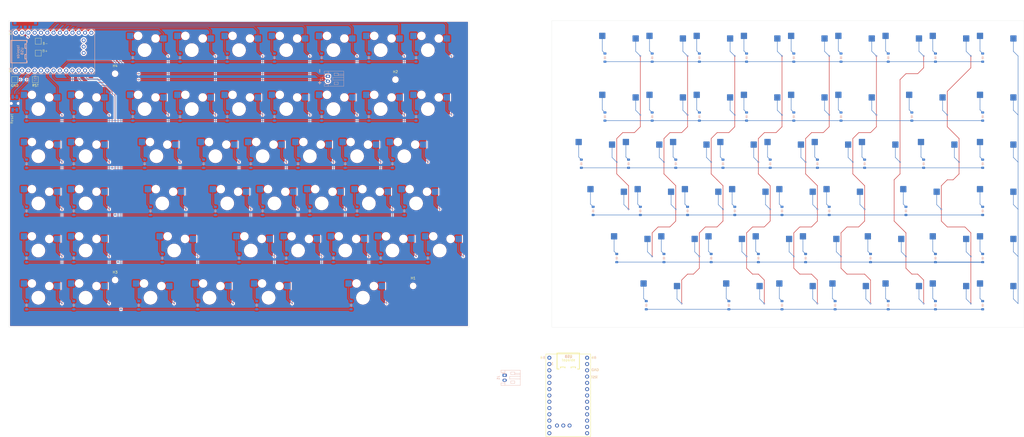
<source format=kicad_pcb>
(kicad_pcb (version 20241229) (generator "pcbnew") (generator_version "9.0")
  (layers (0 "F.Cu" signal) (2 "B.Cu" signal) (13 "F.Paste" user) (15 "B.Paste" user) (5 "F.SilkS" user "F.Silkscreen") (7 "B.SilkS" user "B.Silkscreen") (1 "F.Mask" user) (3 "B.Mask" user) (25 "Edge.Cuts" user))
  (net 0 "")
  (net 1 "/LRow1")
  (net 2 "Net-(D1-A)")
  (net 3 "Net-(D2-A)")
  (net 4 "Net-(D3-A)")
  (net 5 "Net-(D4-A)")
  (net 6 "Net-(D5-A)")
  (net 7 "Net-(D6-A)")
  (net 8 "Net-(D7-A)")
  (net 9 "/RRow1")
  (net 10 "Net-(D8-A)")
  (net 11 "Net-(D9-A)")
  (net 12 "Net-(D10-A)")
  (net 13 "Net-(D11-A)")
  (net 14 "Net-(D12-A)")
  (net 15 "Net-(D13-A)")
  (net 16 "Net-(D14-A)")
  (net 17 "Net-(D15-A)")
  (net 18 "Net-(D16-A)")
  (net 19 "Net-(D17-A)")
  (net 20 "/LRow2")
  (net 21 "Net-(D18-A)")
  (net 22 "Net-(D19-A)")
  (net 23 "Net-(D20-A)")
  (net 24 "Net-(D21-A)")
  (net 25 "Net-(D22-A)")
  (net 26 "Net-(D23-A)")
  (net 27 "Net-(D24-A)")
  (net 28 "Net-(D25-A)")
  (net 29 "/RRow2")
  (net 30 "Net-(D26-A)")
  (net 31 "Net-(D27-A)")
  (net 32 "Net-(D28-A)")
  (net 33 "Net-(D29-A)")
  (net 34 "Net-(D30-A)")
  (net 35 "Net-(D31-A)")
  (net 36 "Net-(D32-A)")
  (net 37 "Net-(D33-A)")
  (net 38 "/LRow3")
  (net 39 "Net-(D34-A)")
  (net 40 "Net-(D35-A)")
  (net 41 "Net-(D36-A)")
  (net 42 "Net-(D37-A)")
  (net 43 "Net-(D38-A)")
  (net 44 "Net-(D39-A)")
  (net 45 "Net-(D40-A)")
  (net 46 "Net-(D41-A)")
  (net 47 "Net-(D42-A)")
  (net 48 "/RRow3")
  (net 49 "Net-(D43-A)")
  (net 50 "Net-(D44-A)")
  (net 51 "Net-(D45-A)")
  (net 52 "Net-(D46-A)")
  (net 53 "Net-(D47-A)")
  (net 54 "Net-(D48-A)")
  (net 55 "Net-(D49-A)")
  (net 56 "Net-(D50-A)")
  (net 57 "Net-(D51-A)")
  (net 58 "/LRow4")
  (net 59 "Net-(D52-A)")
  (net 60 "Net-(D53-A)")
  (net 61 "Net-(D54-A)")
  (net 62 "Net-(D55-A)")
  (net 63 "Net-(D56-A)")
  (net 64 "Net-(D57-A)")
  (net 65 "Net-(D58-A)")
  (net 66 "/RRow4")
  (net 67 "Net-(D59-A)")
  (net 68 "Net-(D60-A)")
  (net 69 "Net-(D61-A)")
  (net 70 "Net-(D62-A)")
  (net 71 "Net-(D63-A)")
  (net 72 "Net-(D64-A)")
  (net 73 "Net-(D65-A)")
  (net 74 "Net-(D66-A)")
  (net 75 "/LRow5")
  (net 76 "Net-(D67-A)")
  (net 77 "Net-(D68-A)")
  (net 78 "Net-(D69-A)")
  (net 79 "Net-(D70-A)")
  (net 80 "Net-(D71-A)")
  (net 81 "Net-(D72-A)")
  (net 82 "Net-(D73-A)")
  (net 83 "Net-(D74-A)")
  (net 84 "Net-(D75-A)")
  (net 85 "/RRow5")
  (net 86 "Net-(D76-A)")
  (net 87 "Net-(D77-A)")
  (net 88 "Net-(D78-A)")
  (net 89 "Net-(D79-A)")
  (net 90 "Net-(D80-A)")
  (net 91 "Net-(D81-A)")
  (net 92 "Net-(D82-A)")
  (net 93 "Net-(D83-A)")
  (net 94 "/LRow6")
  (net 95 "Net-(D84-A)")
  (net 96 "Net-(D85-A)")
  (net 97 "Net-(D86-A)")
  (net 98 "Net-(D87-A)")
  (net 99 "Net-(D88-A)")
  (net 100 "/RRow6")
  (net 101 "Net-(D89-A)")
  (net 102 "Net-(D90-A)")
  (net 103 "Net-(D91-A)")
  (net 104 "Net-(D92-A)")
  (net 105 "Net-(D93-A)")
  (net 106 "Net-(D94-A)")
  (net 107 "Net-(D95-A)")
  (net 108 "/LCol1")
  (net 109 "/LCol2")
  (net 110 "/LCol3")
  (net 111 "/LCol4")
  (net 112 "/LCol5")
  (net 113 "/LCol6")
  (net 114 "/LCol7")
  (net 115 "/RCol1")
  (net 116 "/RCol2")
  (net 117 "/RCol3")
  (net 118 "/RCol4")
  (net 119 "/RCol5")
  (net 120 "/RCol6")
  (net 121 "/RCol7")
  (net 122 "/RCol8")
  (net 123 "/RCol9")
  (net 124 "/MCol1")
  (net 125 "/MCol2")
  (net 167 "Net-(J2-Pin_2)")
  (net 168 "Net-(J2-Pin_1)")
  (net 169 "Net-(LeftController1-GND-Pad14)")
  (net 170 "Net-(LeftController1-RST)")
  (net 171 "Net-(LeftController1-B-)")
  (footprint "TestPoint:TestPoint_Pad_2.0x2.0mm" (layer "F.Cu") (at 33.3375 39.290625)
    (property "Reference" "TP2" (hide yes))
    (property "Value" "B+ testpoint")
  )
  (footprint "MountingHole:MountingHole_2.2mm_M2" (layer "F.Cu") (at 64.29375 130.96875)
    (property "Reference" "H3")
    (property "Value" "MountingHole")
  )
  (footprint "MountingHole:MountingHole_2.2mm_M2" (layer "F.Cu") (at 177.403125 50.00625)
    (property "Reference" "H2")
    (property "Value" "MountingHole")
  )
  (footprint "TestPoint:TestPoint_Pad_2.0x2.0mm" (layer "F.Cu") (at 32.146875 50.00625)
    (property "Reference" "TP4" (hide yes))
    (property "Value" "RST testpoint")
  )
  (footprint "TestPoint:TestPoint_Pad_2.0x2.0mm" (layer "F.Cu") (at 33.3375 34.528125)
    (property "Reference" "TP1" (hide yes))
    (property "Value" "B- testpoint")
  )
  (footprint "MountingHole:MountingHole_2.2mm_M2" (layer "F.Cu") (at 184.546875 133.35)
    (property "Reference" "H1")
    (property "Value" "MountingHole")
  )
  (footprint "supermini-nrf52840-kicad:SuperMini NRF52840" (layer "F.Cu") (at 247.65 176.2125)
    (property "Reference" "RightController1" (hide yes))
    (property "Value" "~" (hide yes))
  )
  (footprint "TestPoint:TestPoint_Pad_2.0x2.0mm" (layer "F.Cu") (at 23.8125 50.00625)
    (property "Reference" "TP3" (hide yes))
    (property "Value" "GND testpoint")
  )
  (footprint "MountingHole:MountingHole_2.2mm_M2" (layer "F.Cu") (at 64.29375 47.625)
    (property "Reference" "H4")
    (property "Value" "MountingHole")
  )
  (footprint "ScottoKeebs_Components:Diode_SOD-123" (layer "B.Cu") (at 342.9 122.0925 90)
    (property "Reference" "D79" (hide yes))
    (property "Value" "Diode")
  )
  (footprint "ScottoKeebs_Components:Diode_SOD-123" (layer "B.Cu") (at 376.2375 141.1425 90)
    (property "Reference" "D93" (hide yes))
    (property "Value" "Diode")
  )
  (footprint "ScottoKeebs_Components:Diode_SOD-123" (layer "B.Cu") (at 147.6375 41.13 90)
    (property "Reference" "D5" (hide yes))
    (property "Value" "Diode")
  )
  (footprint "ScottoKeebs_Components:Diode_SOD-123" (layer "B.Cu") (at 47.625 141.1425 90)
    (property "Reference" "D84" (hide yes))
    (property "Value" "Diode")
  )
  (footprint "ScottoKeebs_Components:Diode_SOD-123" (layer "B.Cu") (at 166.6875 64.9425 90)
    (property "Reference" "D24" (hide yes))
    (property "Value" "Diode")
  )
  (footprint "Gateron_KS33_Hotswap:Gateron-KS33-Hotswap-1U" (layer "B.Cu") (at 333.375 80.9625)
    (property "Reference" "S46")
    (property "Value" "Keyswitch")
  )
  (footprint "Gateron_KS33_Hotswap:Gateron-KS33-Hotswap-1U" (layer "B.Cu") (at 285.75 38.1)
    (property "Reference" "S9")
    (property "Value" "Keyswitch")
  )
  (footprint "ScottoKeebs_Components:Diode_SOD-123" (layer "B.Cu") (at 295.275 103.0425 90)
    (property "Reference" "D61" (hide yes))
    (property "Value" "Diode")
  )
  (footprint "Gateron_KS33_Hotswap:Gateron-KS33-Hotswap-1U" (layer "B.Cu") (at 352.425 80.9625)
    (property "Reference" "S47")
    (property "Value" "Keyswitch")
  )
  (footprint "ScottoKeebs_Components:Diode_SOD-123" (layer "B.Cu") (at 319.0875 64.9425 90)
    (property "Reference" "D29" (hide yes))
    (property "Value" "Diode")
  )
  (footprint "ScottoKeebs_Components:Diode_SOD-123" (layer "B.Cu") (at 266.7 122.0925 90)
    (property "Reference" "D75" (hide yes))
    (property "Value" "Diode")
  )
  (footprint "ScottoKeebs_Components:Diode_SOD-123" (layer "B.Cu") (at 28.575 122.0925 90)
    (property "Reference" "D67" (hide yes))
    (property "Value" "Diode")
  )
  (footprint "Gateron_KS33_Hotswap:Gateron-KS33-Hotswap-1U" (layer "B.Cu") (at 400.05 138.1125)
    (property "Reference" "S94")
    (property "Value" "Keyswitch")
  )
  (footprint "ScottoKeebs_Components:Diode_SOD-123" (layer "B.Cu") (at 300.0375 41.13 90)
    (property "Reference" "D10" (hide yes))
    (property "Value" "Diode")
  )
  (footprint "ScottoKeebs_Components:Diode_SOD-123" (layer "B.Cu") (at 100.0125 83.9925 90)
    (property "Reference" "D37" (hide yes))
    (property "Value" "Diode")
  )
  (footprint "Gateron_KS33_Hotswap:Gateron-KS33-Hotswap-1U" (layer "B.Cu") (at 161.925 80.9625)
    (property "Reference" "S40")
    (property "Value" "Keyswitch")
  )
  (footprint "Gateron_KS33_Hotswap:Gateron-KS33-Hotswap-1U" (layer "B.Cu") (at 152.4 38.1)
    (property "Reference" "S5")
    (property "Value" "Keyswitch")
  )
  (footprint "Gateron_KS33_Hotswap:Gateron-KS33-Hotswap-1U" (layer "B.Cu") (at 109.5375 100.0125)
    (property "Reference" "S54")
    (property "Value" "Keyswitch")
  )
  (footprint "ScottoKeebs_Components:Diode_SOD-123" (layer "B.Cu") (at 73.81875 141.1425 90)
    (property "Reference" "D85" (hide yes))
    (property "Value" "Diode")
  )
  (footprint "Gateron_KS33_Hotswap:Gateron-KS33-Hotswap-1U" (layer "B.Cu") (at 419.1 80.9625)
    (property "Reference" "S50")
    (property "Value" "Keyswitch")
  )
  (footprint "ScottoKeebs_Components:Diode_SOD-123" (layer "B.Cu") (at 333.375 141.1425 90)
    (property "Reference" "D91" (hide yes))
    (property "Value" "Diode")
  )
  (footprint "ScottoKeebs_Components:Diode_SOD-123" (layer "B.Cu") (at 357.1875 64.9425 90)
    (property "Reference" "D31" (hide yes))
    (property "Value" "Diode")
  )
  (footprint "Gateron_KS33_Hotswap:Gateron-KS33-Hotswap-1U" (layer "B.Cu") (at 419.1 138.1125)
    (property "Reference" "S95")
    (property "Value" "Keyswitch")
  )
  (footprint "Gateron_KS33_Hotswap:Gateron-KS33-Hotswap-1U" (layer "B.Cu") (at 76.2 61.9125)
    (property "Reference" "S19")
    (property "Value" "Keyswitch")
  )
  (footprint "ScottoKeebs_Components:Diode_SOD-123" (layer "B.Cu") (at 261.9375 41.13 90)
    (property "Reference" "D8" (hide yes))
    (property "Value" "Diode")
  )
  (footprint "Gateron_KS33_Hotswap:Gateron-KS33-Hotswap-1U" (layer "B.Cu") (at 133.35 61.9125)
    (property "Reference" "S22")
    (property "Value" "Keyswitch")
  )
  (footprint "Gateron_KS33_Hotswap:Gateron-KS33-Hotswap-1.5U" (layer "B.Cu") (at 80.9625 80.9625)
    (property "Reference" "S36")
    (property "Value" "Keyswitch")
  )
  (footprint "ScottoKeebs_Components:Diode_SOD-123" (layer "B.Cu") (at 157.1625 83.9925 90)
    (property "Reference" "D40" (hide yes))
    (property "Value" "Diode")
  )
  (footprint "ScottoKeebs_Components:Diode_SOD-123" (layer "B.Cu") (at 383.38125 103.0425 90)
    (property "Reference" "D65" (hide yes))
    (property "Value" "Diode")
  )
  (footprint "Gateron_KS33_Hotswap:Gateron-KS33-Hotswap-1U" (layer "B.Cu") (at 400.05 38.1)
    (property "Reference" "S15")
    (property "Value" "Keyswitch")
  )
  (footprint "Gateron_KS33_Hotswap:Gateron-KS33-Hotswap-1U" (layer "B.Cu") (at 338.1375 100.0125)
    (property "Reference" "S63")
    (property "Value" "Keyswitch")
  )
  (footprint "Gateron_KS33_Hotswap:Gateron-KS33-Hotswap-1U" (layer "B.Cu") (at 114.3 38.1)
    (property "Reference" "S3")
    (property "Value" "Keyswitch")
  )
  (footprint "ScottoKeebs_Components:Diode_SOD-123" (layer "B.Cu") (at 280.9875 64.9425 90)
    (property "Reference" "D27" (hide yes))
    (property "Value" "Diode")
  )
  (footprint "Gateron_KS33_Hotswap:Gateron-KS33-Hotswap-1U" (layer "B.Cu") (at 147.6375 100.0125)
    (property "Reference" "S56")
    (property "Value" "Keyswitch")
  )
  (footprint "Gateron_KS33_Hotswap:Gateron-KS33-Hotswap-1U" (layer "B.Cu") (at 357.1875 100.0125)
    (property "Reference" "S64")
    (property "Value" "Keyswitch")
  )
  (footprint "ScottoKeebs_Components:Diode_SOD-123" (layer "B.Cu") (at 176.2125 83.9925 90)
    (property "Reference" "D41" (hide yes))
    (property "Value" "Diode")
  )
  (footprint "Gateron_KS33_Hotswap:Gateron-KS33-Hotswap-1U" (layer "B.Cu") (at 328.6125 119.0625)
    (property "Reference" "S78")
    (property "Value" "Keyswitch")
  )
  (footprint "ScottoKeebs_Components:Diode_SOD-123" (layer "B.Cu") (at 395.2875 141.1425 90)
    (property "Reference" "D94" (hide yes))
    (property "Value" "Diode")
  )
  (footprint "Gateron_KS33_Hotswap:Gateron-KS33-Hotswap-1U" (layer "B.Cu") (at 133.35 38.1)
    (property "Reference" "S4")
    (property "Value" "Keyswitch")
  )
  (footprint "Gateron_KS33_Hotswap:Gateron-KS33-Hotswap-1U" (layer "B.Cu") (at 266.7 38.1)
    (property "Reference" "S8")
    (property "Value" "Keyswitch")
  )
  (footprint "ScottoKeebs_Components:Diode_SOD-123" (layer "B.Cu") (at 309.5625 83.9925 90)
    (property "Reference" "D45" (hide yes))
    (property "Value" "Diode")
  )
  (footprint "Gateron_KS33_Hotswap:Gateron-KS33-Hotswap-1U" (layer "B.Cu") (at 361.95 38.1)
    (property "Reference" "S13")
    (property "Value" "Keyswitch")
  )
  (footprint "ScottoKeebs_Components:Diode_SOD-123" (layer "B.Cu") (at 78.58125 103.0425 90)
    (property "Reference" "D53" (hide yes))
    (property "Value" "Diode")
  )
  (footprint "ScottoKeebs_Components:Diode_SOD-123" (layer "B.Cu") (at 28.575 103.0425 90)
    (property "Reference" "D51" (hide yes))
    (property "Value" "Diode")
  )
  (footprint "Gateron_KS33_Hotswap:Gateron-KS33-Hotswap-1U" (layer "B.Cu") (at 381 138.1125)
    (property "Reference" "S93")
    (property "Value" "Keyswitch")
  )
  (footprint "ScottoKeebs_Components:Diode_SOD-123" (layer "B.Cu") (at 128.5875 64.9425 90)
    (property "Reference" "D22" (hide yes))
    (property "Value" "Diode")
  )
  (footprint "ScottoKeebs_Components:Diode_SOD-123" (layer "B.Cu") (at 328.6125 83.9925 90)
    (property "Reference" "D46" (hide yes))
    (property "Value" "Diode")
  )
  (footprint "ScottoKeebs_Components:Diode_SOD-123" (layer "B.Cu") (at 185.7375 41.13 90)
    (property "Reference" "D7" (hide yes))
    (property "Value" "Diode")
  )
  (footprint "ScottoKeebs_Components:Diode_SOD-123" (layer "B.Cu") (at 90.4875 41.13 90)
    (property "Reference" "D2" (hide yes))
    (property "Value" "Diode")
  )
  (footprint "ScottoKeebs_Components:Diode_SOD-123" (layer "B.Cu") (at 121.44375 141.1425 90)
    (property "Reference" "D87" (hide yes))
    (property "Value" "Diode")
  )
  (footprint "Gateron_KS33_Hotswap:Gateron-KS33-Hotswap-1U" (layer "B.Cu") (at 304.8 38.1)
    (property "Reference" "S10")
    (property "Value" "Keyswitch")
  )
  (footprint "Gateron_KS33_Hotswap:Gateron-KS33-Hotswap-1U" (layer "B.Cu") (at 123.825 80.9625)
    (property "Reference" "S38")
    (property "Value" "Keyswitch")
  )
  (footprint "Gateron_KS33_Hotswap:Gateron-KS33-Hotswap-1U" (layer "B.Cu") (at 119.0625 119.0625)
    (property "Reference" "S70")
    (property "Value" "Keyswitch")
  )
  (footprint "Gateron_KS33_Hotswap:Gateron-KS33-Hotswap-1U" (layer "B.Cu") (at 261.9375 100.0125)
    (property "Reference" "S59")
    (property "Value" "Keyswitch")
  )
  (footprint "ScottoKeebs_Components:Diode_SOD-123" (layer "B.Cu") (at 28.575 141.1425 90)
    (property "Reference" "D83" (hide yes))
    (property "Value" "Diode")
  )
  (footprint "ScottoKeebs_Components:Diode_SOD-123" (layer "B.Cu") (at 414.3375 103.0425 90)
    (property "Reference" "D66" (hide yes))
    (property "Value" "Diode")
  )
  (footprint "Gateron_KS33_Hotswap:Gateron-KS33-Hotswap-1U" (layer "B.Cu") (at 338.1375 138.1125)
    (property "Reference" "S91")
    (property "Value" "Keyswitch")
  )
  (footprint "ScottoKeebs_Components:Diode_SOD-123" (layer "B.Cu") (at 171.45 122.0925 90)
    (property "Reference" "D73" (hide yes))
    (property "Value" "Diode")
  )
  (footprint "Gateron_KS33_Hotswap:Gateron-KS33-Hotswap-1U" (layer "B.Cu") (at 33.3375 138.1125)
    (property "Reference" "S83")
    (property "Value" "Keyswitch")
  )
  (footprint "Gateron_KS33_Hotswap:Gateron-KS33-Hotswap-1U" (layer "B.Cu") (at 171.45 38.1)
    (property "Reference" "S6")
    (property "Value" "Keyswitch")
  )
  (footprint "Gateron_KS33_Hotswap:Gateron-KS33-Hotswap-1U" (layer "B.Cu") (at 361.95 61.9125)
    (property "Reference" "S31")
    (property "Value" "Keyswitch")
  )
  (footprint "Gateron_KS33_Hotswap:Gateron-KS33-Hotswap-1U" (layer "B.Cu") (at 52.3875 119.0625)
    (property "Reference" "S68")
    (property "Value" "Keyswitch")
  )
  (footprint "Gateron_KS33_Hotswap:Gateron-KS33-Hotswap-1.25U" (layer "B.Cu") (at 126.20625 138.1125)
    (property "Reference" "S87")
    (property "Value" "Keyswitch")
  )
  (footprint "Gateron_KS33_Hotswap:Gateron-KS33-Hotswap-1U" (layer "B.Cu") (at 266.7 61.9125)
    (property "Reference" "S26")
    (property "Value" "Keyswitch")
  )
  (footprint "ScottoKeebs_Components:Diode_SOD-123" (layer "B.Cu") (at 114.3 122.0925 90)
    (property "Reference" "D70" (hide yes))
    (property "Value" "Diode")
  )
  (footprint "Gateron_KS33_Hotswap:Gateron-KS33-Hotswap-2.25U" (layer "B.Cu") (at 388.14375 100.0125)
    (property "Reference" "S65")
    (property "Value" "Keyswitch")
  )
  (footprint "ScottoKeebs_Components:Diode_SOD-123" (layer "B.Cu") (at 285.75 122.0925 90)
    (property "Reference" "D76" (hide yes))
    (property "Value" "Diode")
  )
  (footprint "ScottoKeebs_Components:Diode_SOD-123" (layer "B.Cu") (at 152.4 122.0925 90)
    (property "Reference" "D72" (hide yes))
    (property "Value" "Diode")
  )
  (footprint "Gateron_KS33_Hotswap:Gateron-KS33-Hotswap-1.25U" (layer "B.Cu") (at 78.58125 138.1125)
    (property "Reference" "S85")
    (property "Value" "Keyswitch")
  )
  (footprint "ScottoKeebs_Components:Diode_SOD-123" (layer "B.Cu") (at 352.425 103.0425 90)
    (property "Reference" "D64" (hide yes))
    (property "Value" "Diode")
  )
  (footprint "Gateron_KS33_Hotswap:Gateron-KS33-Hotswap-1U" (layer "B.Cu") (at 52.3875 80.9625)
    (property "Reference" "S35")
    (property "Value" "Keyswitch")
  )
  (footprint "ScottoKeebs_Components:Diode_SOD-123" (layer "B.Cu") (at 47.625 103.0425 90)
    (property "Reference" "D52" (hide yes))
    (property "Value" "Diode")
  )
  (footprint "Gateron_KS33_Hotswap:Gateron-KS33-Hotswap-1U" (layer "B.Cu") (at 319.0875 100.0125)
    (property "Reference" "S62")
    (property "Value" "Keyswitch")
  )
  (footprint "Gateron_KS33_Hotswap:Gateron-KS33-Hotswap-1U" (layer "B.Cu") (at 419.1 119.0625)
    (property "Reference" "S82")
    (property "Value" "Keyswitch")
  )
  (footprint "Gateron_KS33_Hotswap:Gateron-KS33-Hotswap-1U" (layer "B.Cu") (at 419.1 100.0125)
    (property "Reference" "S66")
    (property "Value" "Keyswitch")
  )
  (footprint "Gateron_KS33_Hotswap:Gateron-KS33-Hotswap-1U" (layer "B.Cu") (at 152.4 61.9125)
    (property "Reference" "S23")
    (property "Value" "Keyswitch")
  )
  (footprint "Connector_JST:JST_PH_S2B-PH-K_1x02_P2.00mm_Horizontal" (layer "B.Cu") (at 150.173738 48.670642 -90)
    (property "Reference" "J2")
    (property "Value" "Conn_01x02_Socket")
  )
  (footprint "ScottoKeebs_Components:Diode_SOD-123" (layer "B.Cu") (at 414.3375 83.9925 90)
    (property "Reference" "D50" (hide yes))
    (property "Value" "Diode")
  )
  (footprint "ScottoKeebs_Components:Diode_SOD-123" (layer "B.Cu") (at 190.5 122.0925 90)
    (property "Reference" "D74" (hide yes))
    (property "Value" "Diode")
  )
  (footprint "Gateron_KS33_Hotswap:Gateron-KS33-Hotswap-1U" (layer "B.Cu") (at 157.1625 119.0625)
    (property "Reference" "S72")
    (property "Value" "Keyswitch")
  )
  (footprint "ScottoKeebs_Components:Diode_SOD-123" (layer "B.Cu") (at 261.9375 64.9425 90)
    (property "Reference" "D26" (hide yes))
    (property "Value" "Diode")
  )
  (footprint "ScottoKeebs_Components:Diode_SOD-123" (layer "B.Cu") (at 333.375 103.0425 90)
    (property "Reference" "D63" (hide yes))
    (property "Value" "Diode")
  )
  (footprint "Gateron_KS33_Hotswap:Gateron-KS33-Hotswap-1U" (layer "B.Cu") (at 52.3875 100.0125)
    (property "Reference" "S52")
    (property "Value" "Keyswitch")
  )
  (footprint "Gateron_KS33_Hotswap:Gateron-KS33-Hotswap-1U" (layer "B.Cu") (at 400.05 119.0625)
    (property "Reference" "S81")
    (property "Value" "Keyswitch")
  )
  (footprint "ScottoKeebs_Components:Diode_SOD-123" (layer "B.Cu") (at 76.2 83.9925 90)
    (property "Reference" "D36" (hide yes))
    (property "Value" "Diode")
  )
  (footprint "ScottoKeebs_Components:Diode_SOD-123" (layer "B.Cu") (at 366.7125 83.9925 90)
    (property "Reference" "D48" (hide yes))
    (property "Value" "Diode")
  )
  (footprint "Gateron_KS33_Hotswap:Gateron-KS33-Hotswap-1U" (layer "B.Cu") (at 342.9 38.1)
    (property "Reference" "S12")
    (property "Value" "Keyswitch")
  )
  (footprint "ScottoKeebs_Components:Diode_SOD-123" (layer "B.Cu") (at 47.625 83.9925 90)
    (property "Reference" "D35" (hide yes))
    (property "Value" "Diode")
  )
  (footprint "ScottoKeebs_Components:Diode_SOD-123" (layer "B.Cu") (at 161.925 103.0425 90)
    (property "Reference" "D57" (hide yes))
    (property "Value" "Diode")
  )
  (footprint "Button_Switch_SMD:Panasonic_EVQPUL_EVQPUC" (layer "B.Cu") (at 23.8125 59.63769 -90)
    (property "Reference" "SW1" (hide yes))
    (property "Value" "Switch")
  )
  (footprint "ScottoKeebs_Components:Diode_SOD-123" (layer "B.Cu") (at 109.5375 64.9425 90)
    (property "Reference" "D21" (hide yes))
    (property "Value" "Diode")
  )
  (footprint "ScottoKeebs_Components:Diode_SOD-123" (layer "B.Cu") (at 47.625 64.9425 90)
    (property "Reference" "D18" (hide yes))
    (property "Value" "Diode")
  )
  (footprint "Gateron_KS33_Hotswap:Gateron-KS33-Hotswap-1U" (layer "B.Cu") (at 342.9 61.9125)
    (property "Reference" "S30")
    (property "Value" "Keyswitch")
  )
  (footprint "Gateron_KS33_Hotswap:Gateron-KS33-Hotswap-1U" (layer "B.Cu") (at 95.25 61.9125)
    (property "Reference" "S20")
    (property "Value" "Keyswitch")
  )
  (footprint "Gateron_KS33_Hotswap:Gateron-KS33-Hotswap-1.75U" (layer "B.Cu") (at 83.34375 100.0125)
    (property "Reference" "S53")
    (property "Value" "Keyswitch")
  )
  (footprint "Gateron_KS33_Hotswap:Gateron-KS33-Hotswap-1.25U" (layer "B.Cu") (at 102.39375 138.1125)
    (property "Reference" "S86")
    (property "Value" "Keyswitch")
  )
  (footprint "Gateron_KS33_Hotswap:Gateron-KS33-Hotswap-1U" (layer "B.Cu") (at 276.225 80.9625)
    (property "Reference" "S43")
    (property "Value" "Keyswitch")
  )
  (footprint "Gateron_KS33_Hotswap:Gateron-KS33-Hotswap-1U" (layer "B.Cu") (at 304.8 61.9125)
    (property "Reference" "S28")
    (property "Value" "Keyswitch")
  )
  (footprint "ScottoKeebs_Components:Diode_SOD-123" (layer "B.Cu") (at 304.8 122.0925 90)
    (property "Reference" "D77" (hide yes))
    (property "Value" "Diode")
  )
  (footprint "ScottoKeebs_Components:Diode_SOD-123" (layer "B.Cu") (at 159.54375 141.1425 90)
    (property "Reference" "D88" (hide yes))
    (property "Value" "Diode")
  )
  (footprint "Gateron_KS33_Hotswap:Gateron-KS33-Hotswap-1U" (layer "B.Cu") (at 190.5 38.1)
    (property "Reference" "S7")
    (property "Value" "Keyswitch")
  )
  (footprint "Gateron_KS33_Hotswap:Gateron-KS33-Hotswap-1U" (layer "B.Cu") (at 176.2125 119.0625)
    (property "Reference" "S73")
    (property "Value" "Keyswitch")
  )
  (footprint "ScottoKeebs_Components:Switch_SSAL220100" (layer "B.Cu") (at 28.035872 27.228817)
    (property "Reference" "SW2" (hide yes))
    (property "Value" "Power Switch" (hide yes))
  )
  (footprint "ScottoKeebs_Components:Diode_SOD-123" (layer "B.Cu") (at 252.4125 83.9925 90)
    (property "Reference" "D42" (hide yes))
    (property "Value" "Diode")
  )
  (footprint "ScottoKeebs_Components:Diode_SOD-123" (layer "B.Cu") (at 109.5375 41.13 90)
    (property "Reference" "D3" (hide yes))
    (property "Value" "Diode")
  )
  (footprint "Gateron_KS33_Hotswap:Gateron-KS33-Hotswap-2.75U" (layer "B.Cu") (at 164.30625 138.1125)
    (property "Reference" "S88")
    (property "Value" "Keyswitch")
  )
  (footprint "Gateron_KS33_Hotswap:Gateron-KS33-Hotswap-1U" (layer "B.Cu") (at 180.975 80.9625)
    (property "Reference" "S41")
    (property "Value" "Keyswitch")
  )
  (footprint "ScottoKeebs_Components:Diode_SOD-123" (layer "B.Cu") (at 138.1125 83.9925 90)
    (property "Reference" "D39" (hide yes))
    (property "Value" "Diode")
  )
  (footprint "Gateron_KS33_Hotswap:Gateron-KS33-Hotswap-1U" (layer "B.Cu") (at 347.6625 119.0625)
    (property "Reference" "S79")
    (property "Value" "Keyswitch")
  )
  (footprint "ScottoKeebs_Components:Diode_SOD-123" (layer "B.Cu") (at 147.6375 64.9425 90)
    (property "Reference" "D23" (hide yes))
    (property "Value" "Diode")
  )
  (footprint "Gateron_KS33_Hotswap:Gateron-KS33-Hotswap-1U" (layer "B.Cu") (at 271.4625 119.0625)
    (property "Reference" "S75")
    (property "Value" "Keyswitch")
  )
  (footprint "Gateron_KS33_Hotswap:Gateron-KS33-Hotswap-1U" (layer "B.Cu") (at 309.5625 119.0625)
    (property "Reference" "S77")
    (property "Value" "Keyswitch")
  )
  (footprint "ScottoKeebs_Components:Diode_SOD-123" (layer "B.Cu") (at 414.3375 41.13 90)
    (property "Reference" "D16" (hide yes))
    (property "Value" "Diode")
  )
  (footprint "supermini-nrf52840-kicad:SuperMini NRF52840" (layer "B.Cu") (at 38.082576 39.223178 -90)
    (property "Reference" "LeftController1" (hide yes))
    (property "Value" "~" (hide yes))
  )
  (footprint "Gateron_KS33_Hotswap:Gateron-KS33-Hotswap-2U" (layer "B.Cu") (at 390.525 61.9125)
    (property "Reference" "S32")
    (property "Value" "Keyswitch")
  )
  (footprint "ScottoKeebs_Components:Diode_SOD-123" (layer "B.Cu") (at 385.7625 64.9425 90)
    (property "Reference" "D32" (hide yes))
    (property "Value" "Diode")
  )
  (footprint "ScottoKeebs_Components:Diode_SOD-123" (layer "B.Cu") (at 97.63125 141.1425 90)
    (property "Reference" "D86" (hide yes))
    (property "Value" "Diode")
  )
  (footprint "ScottoKeebs_Components:Diode_SOD-123" (layer "B.Cu") (at 47.625 122.0925 90)
    (property "Reference" "D68" (hide yes))
    (property "Value" "Diode")
  )
  (footprint "ScottoKeebs_Components:Diode_SOD-123" (layer "B.Cu") (at 104.775 103.0425 90)
    (property "Reference" "D54" (hide yes))
    (property "Value" "Diode")
  )
  (footprint "ScottoKeebs_Components:Diode_SOD-123" (layer "B.Cu") (at 300.0375 64.9425 90)
    (property "Reference" "D28" (hide yes))
    (property "Value" "Diode")
  )
  (footprint "Gateron_KS33_Hotswap:Gateron-KS33-Hotswap-1U" (layer "B.Cu") (at 185.7375 100.0125)
    (property "Reference" "S58")
    (property "Value" "Keyswitch")
  )
  (footprint "ScottoKeebs_Components:Diode_SOD-123" (layer "B.Cu") (at 133.35 122.0925 90)
    (property "Reference" "D71" (hide yes))
    (property "Value" "Diode")
  )
  (footprint "ScottoKeebs_Components:Diode_SOD-123" (layer "B.Cu") (at 257.175 103.0425 90)
    (property "Reference" "D59" (hide yes))
    (property "Value" "Diode")
  )
  (footprint "Gateron_KS33_Hotswap:Gateron-KS33-Hotswap-1U" (layer "B.Cu") (at 138.1125 119.0625)
    (property "Reference" "S71")
    (property "Value" "Keyswitch")
  )
  (footprint "ScottoKeebs_Components:Diode_SOD-123" (layer "B.Cu") (at 123.825 103.0425 90)
    (property "Reference" "D55" (hide yes))
    (property "Value" "Diode")
  )
  (footprint "Gateron_KS33_Hotswap:Gateron-KS33-Hotswap-1U" (layer "B.Cu") (at 419.1 38.1)
    (property "Reference" "S16")
    (property "Value" "Keyswitch")
  )
  (footprint "ScottoKeebs_Components:Diode_SOD-123" (layer "B.Cu") (at 414.3375 122.0925 90)
    (property "Reference" "D82" (hide yes))
    (property "Value" "Diode")
  )
  (footprint "Gateron_KS33_Hotswap:Gateron-KS33-Hotswap-1U" (layer "B.Cu") (at 290.5125 119.0625)
    (property "Reference" "S76")
    (property "Value" "Keyswitch")
  )
  (footprint "Gateron_KS33_Hotswap:Gateron-KS33-Hotswap-1U" (layer "B.Cu") (at 323.85 38.1)
    (property "Reference" "S11")
    (property "Value" "Keyswitch")
  )
  (footprint "ScottoKeebs_Components:Diode_SOD-123" (layer "B.Cu") (at 390.525 83.9925 90)
    (property "Reference" "D49" (hide yes))
    (property "Value" "Diode")
  )
  (footprint "Gateron_KS33_Hotswap:Gateron-KS33-Hotswap-1U" (layer "B.Cu") (at 166.6875 100.0125)
    (property "Reference" "S57")
    (property "Value" "Keyswitch")
  )
  (footprint "ScottoKeebs_Components:Diode_SOD-123" (layer "B.Cu") (at 354.80625 141.1425 90)
    (property "Reference" "D92" (hide yes))
    (property "Value" "Diode")
  )
  (footprint "ScottoKeebs_Components:Diode_SOD-123" (layer "B.Cu") (at 395.2875 41.13 90)
    (property "Reference" "D15" (hide yes))
    (property "Value" "Diode")
  )
  (footprint "Gateron_KS33_Hotswap:Gateron-KS33-Hotswap-1U" (layer "B.Cu") (at 95.25 38.1)
    (property "Reference" "S2")
    (property "Value" "Keyswitch")
  )
  (footprint "Gateron_KS33_Hotswap:Gateron-KS33-Hotswap-1U" (layer "B.Cu") (at 314.325 80.9625)
    (property "Reference" "S45")
    (property "Value" "Keyswitch")
  )
  (footprint "Gateron_KS33_Hotswap:Gateron-KS33-Hotswap-1U" (layer "B.Cu") (at 285.75 61.9125)
    (property "Reference" "S27")
    (property "Value" "Keyswitch")
  )
  (footprint "ScottoKeebs_Components:Diode_SOD-123" (layer "B.Cu") (at 314.325 103.0425 90)
    (property "Reference" "D62" (hide yes))
    (property "Value" "Diode")
  )
  (footprint "Gateron_KS33_Hotswap:Gateron-KS33-Hotswap-1U" (layer "B.Cu") (at 52.3875 61.9125)
    (property "Reference" "S18")
    (property "Value" "Keyswitch")
  )
  (footprint "Gateron_KS33_Hotswap:Gateron-KS33-Hotswap-1U" (layer "B.Cu") (at 190.5 61.9125)
    (property "Reference" "S25")
    (property "Value" "Keyswitch")
  )
  (footprint "Gateron_KS33_Hotswap:Gateron-KS33-Hotswap-1.25U" (layer "B.Cu") (at 359.56875 138.1125)
    (property "Reference" "S92")
    (property "Value" "Keyswitch")
  )
  (footprint "Gateron_KS33_Hotswap:Gateron-KS33-Hotswap-1U" (layer "B.Cu") (at 280.9875 100.0125)
    (property "Reference" "S60")
    (property "Value" "Keyswitch")
  )
  (footprint "ScottoKeebs_Components:Diode_SOD-123" (layer "B.Cu") (at 276.225 103.0425 90)
    (property "Reference" "D60" (hide yes))
    (property "Value" "Diode")
  )
  (footprint "Gateron_KS33_Hotswap:Gateron-KS33-Hotswap-1U" (layer "B.Cu") (at 52.3875 138.1125)
    (property "Reference" "S84")
    (property "Value" "Keyswitch")
  )
  (footprint "ScottoKeebs_Components:Diode_SOD-123" (layer "B.Cu") (at 271.4625 83.9925 90)
    (property "Reference" "D43" (hide yes))
    (property "Value" "Diode")
  )
  (footprint "Gateron_KS33_Hotswap:Gateron-KS33-Hotswap-1U" (layer "B.Cu") (at 257.175 80.9625)
    (property "Reference" "S42")
    (property "Value" "Keyswitch")
  )
  (footprint "Gateron_KS33_Hotswap:Gateron-KS33-Hotswap-1U" (layer "B.Cu") (at 104.775 80.9625)
    (property "Reference" "S37")
    (property "Value" "Keyswitch")
  )
  (footprint "Gateron_KS33_Hotswap:Gateron-KS33-Hotswap-1.75U" (layer "B.Cu") (at 373.85625 119.0625)
    (property "Reference" "S80")
    (property "Value" "Keyswitch")
  )
  (footprint "ScottoKeebs_Components:Diode_SOD-123" (layer "B.Cu") (at 414.3375 64.9425 90)
    (property "Reference" "D33" (hide yes))
    (property "Value" "Diode")
  )
  (footprint "ScottoKeebs_Components:Diode_SOD-123" (layer "B.Cu") (at 290.5125 83.9925 90)
    (property "Reference" "D44" (hide yes))
    (property "Value" "Diode")
  )
  (footprint "Gateron_KS33_Hotswap:Gateron-KS33-Hotswap-1U" (layer "B.Cu") (at 33.3375 80.9625)
    (property "Reference" "S34")
    (property "Value" "Keyswitch")
  )
  (footprint "ScottoKeebs_Components:Diode_SOD-123" (layer "B.Cu") (at 180.975 103.0425 90)
    (property "Reference" "D58" (hide yes))
    (property "Value" "Diode")
  )
  (footprint "Connector_JST:JST_PH_S2B-PH-K_1x02_P2.00mm_Horizontal" (layer "B.Cu") (at 221.45625 169.45 -90)
    (property "Reference" "J1")
    (property "Value" "Conn_01x02_Socket")
  )
  (footprint "ScottoKeebs_Components:Diode_SOD-123" (layer "B.Cu") (at 319.0875 41.13 90)
    (property "Reference" "D11" (hide yes))
    (property "Value" "Diode")
  )
  (footprint "ScottoKeebs_Components:Diode_SOD-123" (layer "B.Cu") (at 376.2375 41.13 90)
    (property "Reference" "D14" (hide yes))
    (property "Value" "Diode")
  )
  (footprint "Gateron_KS33_Hotswap:Gateron-KS33-Hotswap-1U" (layer "B.Cu") (at 76.2 38.1)
    (property "Reference" "S1")
    (property "Value" "Keyswitch")
  )
  (footprint "Gateron_KS33_Hotswap:Gateron-KS33-Hotswap-1U" (layer "B.Cu") (at 295.275 80.9625)
    (property "Reference" "S44")
    (property "Value" "Keyswitch")
  )
  (footprint "Gateron_KS33_Hotswap:Gateron-KS33-Hotswap-1.25U" (layer "B.Cu") (at 316.70625 138.1125)
    (property "Reference" "S90")
    (property "Value" "Keyswitch")
  )
  (footprint "Gateron_KS33_Hotswap:Gateron-KS33-Hotswap-1U" (layer "B.Cu") (at 419.1 61.9125)
    (property "Reference" "S33")
    (property "Value" "Keyswitch")
  )
  (footprint "ScottoKeebs_Components:Diode_SOD-123" (layer "B.Cu") (at 369.09375 122.0925 90)
    (property "Reference" "D80" (hide yes))
    (property "Value" "Diode")
  )
  (footprint "ScottoKeebs_Components:Diode_SOD-123" (layer "B.Cu") (at 119.0625 83.9925 90)
    (property "Reference" "D38" (hide yes))
    (property "Value" "Diode")
  )
  (footprint "ScottoKeebs_Components:Diode_SOD-123" (layer "B.Cu") (at 71.4375 64.9425 90)
    (property "Reference" "D19" (hide yes))
    (property "Value" "Diode")
  )
  (footprint "ScottoKeebs_Components:Diode_SOD-123" (layer "B.Cu") (at 128.5875 41.13 90)
    (property "Reference" "D4" (hide yes))
    (property "Value" "Diode")
  )
  (footprint "ScottoKeebs_Components:Diode_SOD-123" (layer "B.Cu") (at 142.875 103.0425 90)
    (property "Reference" "D56" (hide yes))
    (property "Value" "Diode")
  )
  (footprint "ScottoKeebs_Components:Diode_SOD-123" (layer "B.Cu") (at 311.94375 141.1425 90)
    (property "Reference" "D90" (hide yes))
    (property "Value" "Diode")
  )
  (footprint "ScottoKeebs_Components:Diode_SOD-123" (layer "B.Cu") (at 323.85 122.0925 90)
    (property "Reference" "D78" (hide yes))
    (property "Value" "Diode")
  )
  (footprint "Gateron_KS33_Hotswap:Gateron-KS33-Hotswap-2.25U" (layer "B.Cu") (at 88.10625 119.0625)
    (property "Reference" "S69")
    (property "Value" "Keyswitch")
  )
  (footprint "ScottoKeebs_Components:Diode_SOD-123" (layer "B.Cu") (at 338.1375 64.9425 90)
    (property "Reference" "D30" (hide yes))
    (property "Value" "Diode")
  )
  (footprint "Gateron_KS33_Hotswap:Gateron-KS33-Hotswap-1U" (layer "B.Cu") (at 33.3375 61.9125)
    (property "Reference" "S17")
    (property "Value" "Keyswitch")
  )
  (footprint "ScottoKeebs_Components:Diode_SOD-123" (layer "B.Cu") (at 395.2875 122.0925 90)
    (property "Reference" "D81" (hide yes))
    (property "Value" "Diode")
  )
  (footprint "ScottoKeebs_Components:Diode_SOD-123" (layer "B.Cu") (at 90.4875 64.9425 90)
    (property "Reference" "D20" (hide yes))
    (property "Value" "Diode")
  )
  (footprint "Gateron_KS33_Hotswap:Gateron-KS33-Hotswap-1.5U" (layer "B.Cu") (at 395.2875 80.9625)
    (property "Reference" "S49")
    (property "Value" "Keyswitch")
  )
  (footprint "ScottoKeebs_Components:Diode_SOD-123" (layer "B.Cu") (at 71.4375 41.13 90)
    (property "Reference" "D1" (hide yes))
    (property "Value" "Diode")
  )
  (footprint "ScottoKeebs_Components:Diode_SOD-123" (layer "B.Cu") (at 338.1375 41.13 90)
    (property "Reference" "D12" (hide yes))
    (property "Value" "Diode")
  )
  (footprint "ScottoKeebs_Components:Diode_SOD-123" (layer "B.Cu") (at 83.34375 122.0925 90)
    (property "Reference" "D69" (hide yes))
    (property "Value" "Diode")
  )
  (footprint "ScottoKeebs_Components:Diode_SOD-123" (layer "B.Cu") (at 347.6625 83.9925 90)
    (property "Reference" "D47" (hide yes))
    (property "Value" "Diode")
  )
  (footprint "Gateron_KS33_Hotswap:Gateron-KS33-Hotswap-1U" (layer "B.Cu") (at 33.3375 100.0125)
    (property "Reference" "S51")
    (property "Value" "Keyswitch")
  )
  (footprint "Gateron_KS33_Hotswap:Gateron-KS33-Hotswap-1U" (layer "B.Cu") (at 323.85 61.9125)
    (property "Reference" "S29")
    (property "Value" "Keyswitch")
  )
  (footprint "Gateron_KS33_Hotswap:Gateron-KS33-Hotswap-1U" (layer "B.Cu") (at 114.3 61.9125)
    (property "Reference" "S21")
    (property "Value" "Keyswitch")
  )
  (footprint "ScottoKeebs_Components:Diode_SOD-123" (layer "B.Cu") (at 414.3375 141.1425 90)
    (property "Reference" "D95" (hide yes))
    (property "Value" "Diode")
  )
  (footprint "Gateron_KS33_Hotswap:Gateron-KS33-Hotswap-1U" (layer "B.Cu") (at 195.2625 119.0625)
    (property "Reference" "S74")
    (property "Value" "Keyswitch")
  )
  (footprint "Gateron_KS33_Hotswap:Gateron-KS33-Hotswap-1U" (layer "B.Cu") (at 371.475 80.9625)
    (property "Reference" "S48")
    (property "Value" "Keyswitch")
  )
  (footprint "ScottoKeebs_Components:Diode_SOD-123" (layer "B.Cu") (at 278.60625 141.1425 90)
    (property "Reference" "D89" (hide yes))
    (property "Value" "Diode")
  )
  (footprint "Gateron_KS33_Hotswap:Gateron-KS33-Hotswap-1U" (layer "B.Cu") (at 300.0375 100.0125)
    (property "Reference" "S61")
    (property "Value" "Keyswitch")
  )
  (footprint "ScottoKeebs_Components:Diode_SOD-123" (layer "B.Cu") (at 28.575 83.9925 90)
    (property "Reference" "D34" (hide yes))
    (property "Value" "Diode")
  )
  (footprint "Gateron_KS33_Hotswap:Gateron-KS33-Hotswap-1U" (layer "B.Cu") (at 128.5875 100.0125)
    (property "Reference" "S55")
    (property "Value" "Keyswitch")
  )
  (footprint "ScottoKeebs_Components:Diode_SOD-123" (layer "B.Cu") (at 357.1875 41.13 90)
    (property "Reference" "D13" (hide yes))
    (property "Value" "Diode")
  )
  (footprint "Gateron_KS33_Hotswap:Gateron-KS33-Hotswap-2.25U" (layer "B.Cu") (at 283.36875 138.1125)
    (property "Reference" "S89")
    (property "Value" "Keyswitch")
  )
  (footprint "Gateron_KS33_Hotswap:Gateron-KS33-Hotswap-1U" (layer "B.Cu") (at 171.45 61.9125)
    (property "Reference" "S24")
    (property "Value" "Keyswitch")
  )
  (footprint "Gateron_KS33_Hotswap:Gateron-KS33-Hotswap-1U" (layer "B.Cu") (at 381 38.1)
    (property "Reference" "S14")
    (property "Value" "Keyswitch")
  )
  (footprint "Gateron_KS33_Hotswap:Gateron-KS33-Hotswap-1U" (layer "B.Cu") (at 142.875 80.9625)
    (property "Reference" "S39")
    (property "Value" "Keyswitch")
  )
  (footprint "ScottoKeebs_Components:Diode_SOD-123" (layer "B.Cu") (at 185.7375 64.9425 90)
    (property "Reference" "D25" (hide yes))
    (property "Value" "Diode")
  )
  (footprint "ScottoKeebs_Components:Diode_SOD-123" (layer "B.Cu") (at 28.575 64.9425 90)
    (property "Reference" "D17" (hide yes))
    (property "Value" "Diode")
  )
  (footprint "ScottoKeebs_Components:Diode_SOD-123" (layer "B.Cu") (at 166.6875 41.13 90)
    (property "Reference" "D6" (hide yes))
    (property "Value" "Diode")
  )
  (footprint "Gateron_KS33_Hotswap:Gateron-KS33-Hotswap-1U" (layer "B.Cu") (at 33.3375 119.0625)
    (property "Reference" "S67")
    (property "Value" "Keyswitch")
  )
  (footprint "ScottoKeebs_Components:Diode_SOD-123" (layer "B.Cu") (at 280.9875 41.13 90)
    (property "Reference" "D9" (hide yes))
    (property "Value" "Diode")
  )
  (gr_rect (start 21.43125 26.19375) (end 207.16875 150.01875) (stroke (width 0.05)) (fill no) (layer "Edge.Cuts"))
  (gr_rect (start 240.50625 26.19375) (end 431.00625 150.01875) (stroke (width 0.05)) (fill no) (layer "Edge.Cuts"))
  (gr_text "Reset" (at 23.234177 67.986699 90) (layer "F.SilkS") (effects (font (size 1 1) (thickness 0.1)) (justify left bottom)))
  (gr_text "B+\n" (at 34.857628 38.998589 0) (layer "F.SilkS") (effects (font (size 1 1) (thickness 0.1)) (justify left bottom)))
  (gr_text "B-" (at 34.95187 35.982854 0) (layer "F.SilkS") (effects (font (size 1 1) (thickness 0.1)) (justify left bottom)))
  (gr_text "+" (at 147.6375 52.3875 90) (layer "B.SilkS") (effects (font (size 1.5 1.5) (thickness 0.3) (bold yes)) (justify left bottom)))
  (gr_text "-" (at 147.6375 47.625 90) (layer "B.SilkS") (effects (font (size 1.5 1.5) (thickness 0.3) (bold yes)) (justify left bottom)))
  (segment (start 42.03 45.88431) (end 45.13431 42.78) (width 0.2) (layer "B.Cu") (net 1))
  (segment (start 185.7375 42.78) (end 72.628125 42.78) (width 0.2) (layer "B.Cu") (net 1))
  (segment (start 72.628125 42.78) (end 71.4375 42.78) (width 0.2) (layer "B.Cu") (net 1))
  (segment (start 45.13431 42.78) (end 72.628125 42.78) (width 0.2) (layer "B.Cu") (net 1))
  (segment (start 70.3625 32.35) (end 70.3625 38.405) (width 0.2) (layer "B.Cu") (net 2))
  (segment (start 70.3625 38.405) (end 71.4375 39.48) (width 0.2) (layer "B.Cu") (net 2))
  (segment (start 89.4125 38.405) (end 90.4875 39.48) (width 0.2) (layer "B.Cu") (net 3))
  (segment (start 89.4125 32.35) (end 89.4125 38.405) (width 0.2) (layer "B.Cu") (net 3))
  (segment (start 108.4625 32.35) (end 108.4625 38.405) (width 0.2) (layer "B.Cu") (net 4))
  (segment (start 108.4625 38.405) (end 109.5375 39.48) (width 0.2) (layer "B.Cu") (net 4))
  (segment (start 127.5125 38.405) (end 128.5875 39.48) (width 0.2) (layer "B.Cu") (net 5))
  (segment (start 127.5125 32.35) (end 127.5125 38.405) (width 0.2) (layer "B.Cu") (net 5))
  (segment (start 146.5625 32.35) (end 146.5625 38.405) (width 0.2) (layer "B.Cu") (net 6))
  (segment (start 146.5625 38.405) (end 147.6375 39.48) (width 0.2) (layer "B.Cu") (net 6))
  (segment (start 165.6125 38.405) (end 166.6875 39.48) (width 0.2) (layer "B.Cu") (net 7))
  (segment (start 165.6125 32.35) (end 165.6125 38.405) (width 0.2) (layer "B.Cu") (net 7))
  (segment (start 184.6625 32.35) (end 184.6625 38.405) (width 0.2) (layer "B.Cu") (net 8))
  (segment (start 184.6625 38.405) (end 185.7375 39.48) (width 0.2) (layer "B.Cu") (net 8))
  (segment (start 261.9375 42.78) (end 414.3375 42.78) (width 0.2) (layer "B.Cu") (net 9))
  (segment (start 260.8625 38.405) (end 261.9375 39.48) (width 0.2) (layer "B.Cu") (net 10))
  (segment (start 260.8625 32.35) (end 260.8625 38.405) (width 0.2) (layer "B.Cu") (net 10))
  (segment (start 279.9125 38.405) (end 280.9875 39.48) (width 0.2) (layer "B.Cu") (net 11))
  (segment (start 279.9125 32.35) (end 279.9125 38.405) (width 0.2) (layer "B.Cu") (net 11))
  (segment (start 298.9625 32.35) (end 298.9625 38.405) (width 0.2) (layer "B.Cu") (net 12))
  (segment (start 298.9625 38.405) (end 300.0375 39.48) (width 0.2) (layer "B.Cu") (net 12))
  (segment (start 318.0125 32.35) (end 318.0125 38.405) (width 0.2) (layer "B.Cu") (net 13))
  (segment (start 318.0125 38.405) (end 319.0875 39.48) (width 0.2) (layer "B.Cu") (net 13))
  (segment (start 337.0625 38.405) (end 338.1375 39.48) (width 0.2) (layer "B.Cu") (net 14))
  (segment (start 337.0625 32.35) (end 337.0625 38.405) (width 0.2) (layer "B.Cu") (net 14))
  (segment (start 356.1125 38.405) (end 357.1875 39.48) (width 0.2) (layer "B.Cu") (net 15))
  (segment (start 356.1125 32.35) (end 356.1125 38.405) (width 0.2) (layer "B.Cu") (net 15))
  (segment (start 375.1625 32.35) (end 375.1625 38.405) (width 0.2) (layer "B.Cu") (net 16))
  (segment (start 375.1625 38.405) (end 376.2375 39.48) (width 0.2) (layer "B.Cu") (net 16))
  (segment (start 394.2125 32.35) (end 394.2125 38.405) (width 0.2) (layer "B.Cu") (net 17))
  (segment (start 394.2125 38.405) (end 395.2875 39.48) (width 0.2) (layer "B.Cu") (net 17))
  (segment (start 413.2625 38.405) (end 414.3375 39.48) (width 0.2) (layer "B.Cu") (net 18))
  (segment (start 413.2625 32.35) (end 413.2625 38.405) (width 0.2) (layer "B.Cu") (net 18))
  (segment (start 27.5 56.1625) (end 27.5 62.2175) (width 0.2) (layer "B.Cu") (net 19))
  (segment (start 27.5 62.2175) (end 28.575 63.2925) (width 0.2) (layer "B.Cu") (net 19))
  (segment (start 28.575 66.5925) (end 64.29375 66.5925) (width 0.2) (layer "B.Cu") (net 20))
  (segment (start 64.29375 56.5829) (end 64.29375 66.5925) (width 0.2) (layer "B.Cu") (net 20))
  (segment (start 46.033375 49.60525) (end 57.3161 49.60525) (width 0.2) (layer "B.Cu") (net 20))
  (segment (start 44.57 48.141875) (end 46.033375 49.60525) (width 0.2) (layer "B.Cu") (net 20))
  (segment (start 44.57 45.88431) (end 44.57 48.141875) (width 0.2) (layer "B.Cu") (net 20))
  (segment (start 57.3161 49.60525) (end 64.29375 56.5829) (width 0.2) (layer "B.Cu") (net 20))
  (segment (start 64.29375 66.5925) (end 185.7375 66.5925) (width 0.2) (layer "B.Cu") (net 20))
  (segment (start 46.55 56.1625) (end 46.55 62.2175) (width 0.2) (layer "B.Cu") (net 21))
  (segment (start 46.55 62.2175) (end 47.625 63.2925) (width 0.2) (layer "B.Cu") (net 21))
  (segment (start 70.3625 62.2175) (end 71.4375 63.2925) (width 0.2) (layer "B.Cu") (net 22))
  (segment (start 70.3625 56.1625) (end 70.3625 62.2175) (width 0.2) (layer "B.Cu") (net 22))
  (segment (start 89.4125 56.1625) (end 89.4125 62.2175) (width 0.2) (layer "B.Cu") (net 23))
  (segment (start 89.4125 62.2175) (end 90.4875 63.2925) (width 0.2) (layer "B.Cu") (net 23))
  (segment (start 108.4625 56.1625) (end 108.4625 62.2175) (width 0.2) (layer "B.Cu") (net 24))
  (segment (start 108.4625 62.2175) (end 109.5375 63.2925) (width 0.2) (layer "B.Cu") (net 24))
  (segment (start 127.5125 56.1625) (end 127.5125 62.2175) (width 0.2) (layer "B.Cu") (net 25))
  (segment (start 127.5125 62.2175) (end 128.5875 63.2925) (width 0.2) (layer "B.Cu") (net 25))
  (segment (start 146.5625 62.2175) (end 147.6375 63.2925) (width 0.2) (layer "B.Cu") (net 26))
  (segment (start 146.5625 56.1625) (end 146.5625 62.2175) (width 0.2) (layer "B.Cu") (net 26))
  (segment (start 165.6125 56.1625) (end 165.6125 62.2175) (width 0.2) (layer "B.Cu") (net 27))
  (segment (start 165.6125 62.2175) (end 166.6875 63.2925) (width 0.2) (layer "B.Cu") (net 27))
  (segment (start 184.6625 56.1625) (end 184.6625 62.2175) (width 0.2) (layer "B.Cu") (net 28))
  (segment (start 184.6625 62.2175) (end 185.7375 63.2925) (width 0.2) (layer "B.Cu") (net 28))
  (segment (start 261.9375 66.5925) (end 414.3375 66.5925) (width 0.2) (layer "B.Cu") (net 29))
  (segment (start 260.8625 56.1625) (end 260.8625 62.2175) (width 0.2) (layer "B.Cu") (net 30))
  (segment (start 260.8625 62.2175) (end 261.9375 63.2925) (width 0.2) (layer "B.Cu") (net 30))
  (segment (start 279.9125 62.2175) (end 280.9875 63.2925) (width 0.2) (layer "B.Cu") (net 31))
  (segment (start 279.9125 56.1625) (end 279.9125 62.2175) (width 0.2) (layer "B.Cu") (net 31))
  (segment (start 298.9625 56.1625) (end 298.9625 62.2175) (width 0.2) (layer "B.Cu") (net 32))
  (segment (start 298.9625 62.2175) (end 300.0375 63.2925) (width 0.2) (layer "B.Cu") (net 32))
  (segment (start 318.0125 56.1625) (end 318.0125 62.2175) (width 0.2) (layer "B.Cu") (net 33))
  (segment (start 318.0125 62.2175) (end 319.0875 63.2925) (width 0.2) (layer "B.Cu") (net 33))
  (segment (start 337.0625 62.2175) (end 338.1375 63.2925) (width 0.2) (layer "B.Cu") (net 34))
  (segment (start 337.0625 56.1625) (end 337.0625 62.2175) (width 0.2) (layer "B.Cu") (net 34))
  (segment (start 356.1125 56.1625) (end 356.1125 62.2175) (width 0.2) (layer "B.Cu") (net 35))
  (segment (start 356.1125 62.2175) (end 357.1875 63.2925) (width 0.2) (layer "B.Cu") (net 35))
  (segment (start 384.6875 62.2175) (end 385.7625 63.2925) (width 0.2) (layer "B.Cu") (net 36))
  (segment (start 384.6875 56.1625) (end 384.6875 62.2175) (width 0.2) (layer "B.Cu") (net 36))
  (segment (start 413.2625 62.2175) (end 414.3375 63.2925) (width 0.2) (layer "B.Cu") (net 37))
  (segment (start 413.2625 56.1625) (end 413.2625 62.2175) (width 0.2) (layer "B.Cu") (net 37))
  (segment (start 47.625 52.3875) (end 60.721875 52.3875) (width 0.2) (layer "F.Cu") (net 38))
  (segment (start 63.103125 54.76875) (end 63.103125 85.6425) (width 0.2) (layer "F.Cu") (net 38))
  (segment (start 47.11 51.8725) (end 47.625 52.3875) (width 0.2) (layer "F.Cu") (net 38))
  (segment (start 60.721875 52.3875) (end 63.103125 54.76875) (width 0.2) (layer "F.Cu") (net 38))
  (segment (start 47.11 45.88431) (end 47.11 51.8725) (width 0.2) (layer "F.Cu") (net 38))
  (via (at 63.103125 85.6425) (size 0.6) (drill 0.3) (layers "F.Cu" "B.Cu") (net 38))
  (segment (start 28.575 85.6425) (end 63.103125 85.6425) (width 0.2) (layer "B.Cu") (net 38))
  (segment (start 157.1625 85.6425) (end 176.2125 85.6425) (width 0.2) (layer "B.Cu") (net 38))
  (segment (start 63.103125 85.6425) (end 167.005 85.6425) (width 0.2) (layer "B.Cu") (net 38))
  (segment (start 27.5 81.2675) (end 28.575 82.3425) (width 0.2) (layer "B.Cu") (net 39))
  (segment (start 27.5 75.2125) (end 27.5 81.2675) (width 0.2) (layer "B.Cu") (net 39))
  (segment (start 46.55 81.2675) (end 47.625 82.3425) (width 0.2) (layer "B.Cu") (net 40))
  (segment (start 46.55 75.2125) (end 46.55 81.2675) (width 0.2) (layer "B.Cu") (net 40))
  (segment (start 75.125 75.2125) (end 75.125 81.2675) (width 0.2) (layer "B.Cu") (net 41))
  (segment (start 75.125 81.2675) (end 76.2 82.3425) (width 0.2) (layer "B.Cu") (net 41))
  (segment (start 98.9375 81.2675) (end 100.0125 82.3425) (width 0.2) (layer "B.Cu") (net 42))
  (segment (start 98.9375 75.2125) (end 98.9375 81.2675) (width 0.2) (layer "B.Cu") (net 42))
  (segment (start 117.9875 81.2675) (end 119.0625 82.3425) (width 0.2) (layer "B.Cu") (net 43))
  (segment (start 117.9875 75.2125) (end 117.9875 81.2675) (width 0.2) (layer "B.Cu") (net 43))
  (segment (start 137.0375 81.2675) (end 138.1125 82.3425) (width 0.2) (layer "B.Cu") (net 44))
  (segment (start 137.0375 75.2125) (end 137.0375 81.2675) (width 0.2) (layer "B.Cu") (net 44))
  (segment (start 156.0875 81.2675) (end 157.1625 82.3425) (width 0.2) (layer "B.Cu") (net 45))
  (segment (start 156.0875 75.2125) (end 156.0875 81.2675) (width 0.2) (layer "B.Cu") (net 45))
  (segment (start 175.1375 75.2125) (end 175.1375 81.2675) (width 0.2) (layer "B.Cu") (net 46))
  (segment (start 175.1375 81.2675) (end 176.2125 82.3425) (width 0.2) (layer "B.Cu") (net 46))
  (segment (start 251.3375 81.2675) (end 252.4125 82.3425) (width 0.2) (layer "B.Cu") (net 47))
  (segment (start 251.3375 75.2125) (end 251.3375 81.2675) (width 0.2) (layer "B.Cu") (net 47))
  (segment (start 252.4125 85.6425) (end 414.3375 85.6425) (width 0.2) (layer "B.Cu") (net 48))
  (segment (start 270.3875 81.2675) (end 271.4625 82.3425) (width 0.2) (layer "B.Cu") (net 49))
  (segment (start 270.3875 75.2125) (end 270.3875 81.2675) (width 0.2) (layer "B.Cu") (net 49))
  (segment (start 289.4375 75.2125) (end 289.4375 81.2675) (width 0.2) (layer "B.Cu") (net 50))
  (segment (start 289.4375 81.2675) (end 290.5125 82.3425) (width 0.2) (layer "B.Cu") (net 50))
  (segment (start 308.4875 75.2125) (end 308.4875 81.2675) (width 0.2) (layer "B.Cu") (net 51))
  (segment (start 308.4875 81.2675) (end 309.5625 82.3425) (width 0.2) (layer "B.Cu") (net 51))
  (segment (start 327.5375 75.2125) (end 327.5375 81.2675) (width 0.2) (layer "B.Cu") (net 52))
  (segment (start 327.5375 81.2675) (end 328.6125 82.3425) (width 0.2) (layer "B.Cu") (net 52))
  (segment (start 346.5875 81.2675) (end 347.6625 82.3425) (width 0.2) (layer "B.Cu") (net 53))
  (segment (start 346.5875 75.2125) (end 346.5875 81.2675) (width 0.2) (layer "B.Cu") (net 53))
  (segment (start 365.6375 81.2675) (end 366.7125 82.3425) (width 0.2) (layer "B.Cu") (net 54))
  (segment (start 365.6375 75.2125) (end 365.6375 81.2675) (width 0.2) (layer "B.Cu") (net 54))
  (segment (start 389.45 75.2125) (end 389.45 81.2675) (width 0.2) (layer "B.Cu") (net 55))
  (segment (start 389.45 81.2675) (end 390.525 82.3425) (width 0.2) (layer "B.Cu") (net 55))
  (segment (start 413.2625 81.2675) (end 414.3375 82.3425) (width 0.2) (layer "B.Cu") (net 56))
  (segment (start 413.2625 75.2125) (end 413.2625 81.2675) (width 0.2) (layer "B.Cu") (net 56))
  (segment (start 27.5 100.3175) (end 28.575 101.3925) (width 0.2) (layer "B.Cu") (net 57))
  (segment (start 27.5 94.2625) (end 27.5 100.3175) (width 0.2) (layer "B.Cu") (net 57))
  (segment (start 51.196875 51.196875) (end 60.721875 51.196875) (width 0.2) (layer "F.Cu") (net 58))
  (segment (start 60.721875 51.196875) (end 64.29375 54.76875) (width 0.2) (layer "F.Cu") (net 58))
  (segment (start 49.65 45.88431) (end 49.65 49.65) (width 0.2) (layer "F.Cu") (net 58))
  (segment (start 64.29375 54.76875) (end 64.29375 104.6925) (width 0.2) (layer "F.Cu") (net 58))
  (segment (start 49.65 49.65) (end 51.196875 51.196875) (width 0.2) (layer "F.Cu") (net 58))
  (via (at 64.29375 104.6925) (size 0.6) (drill 0.3) (layers "F.Cu" "B.Cu") (net 58))
  (segment (start 64.29375 104.6925) (end 180.975 104.6925) (width 0.2) (layer "B.Cu") (net 58))
  (segment (start 28.575 104.6925) (end 64.29375 104.6925) (width 0.2) (layer "B.Cu") (net 58))
  (segment (start 46.55 100.3175) (end 47.625 101.3925) (width 0.2) (layer "B.Cu") (net 59))
  (segment (start 46.55 94.2625) (end 46.55 100.3175) (width 0.2) (layer "B.Cu") (net 59))
  (segment (start 77.50625 100.3175) (end 78.58125 101.3925) (width 0.2) (layer "B.Cu") (net 60))
  (segment (start 77.50625 94.2625) (end 77.50625 100.3175) (width 0.2) (layer "B.Cu") (net 60))
  (segment (start 103.7 100.3175) (end 104.775 101.3925) (width 0.2) (layer "B.Cu") (net 61))
  (segment (start 103.7 94.2625) (end 103.7 100.3175) (width 0.2) (layer "B.Cu") (net 61))
  (segment (start 122.75 100.3175) (end 123.825 101.3925) (width 0.2) (layer "B.Cu") (net 62))
  (segment (start 122.75 94.2625) (end 122.75 100.3175) (width 0.2) (layer "B.Cu") (net 62))
  (segment (start 141.8 94.2625) (end 141.8 100.3175) (width 0.2) (layer "B.Cu") (net 63))
  (segment (start 141.8 100.3175) (end 142.875 101.3925) (width 0.2) (layer "B.Cu") (net 63))
  (segment (start 160.85 100.3175) (end 161.925 101.3925) (width 0.2) (layer "B.Cu") (net 64))
  (segment (start 160.85 94.2625) (end 160.85 100.3175) (width 0.2) (layer "B.Cu") (net 64))
  (segment (start 179.9 100.3175) (end 180.975 101.3925) (width 0.2) (layer "B.Cu") (net 65))
  (segment (start 179.9 94.2625) (end 179.9 100.3175) (width 0.2) (layer "B.Cu") (net 65))
  (segment (start 257.175 104.6925) (end 414.3375 104.6925) (width 0.2) (layer "B.Cu") (net 66))
  (segment (start 256.1 94.2625) (end 256.1 100.3175) (width 0.2) (layer "B.Cu") (net 67))
  (segment (start 256.1 100.3175) (end 257.175 101.3925) (width 0.2) (layer "B.Cu") (net 67))
  (segment (start 275.15 100.3175) (end 276.225 101.3925) (width 0.2) (layer "B.Cu") (net 68))
  (segment (start 275.15 94.2625) (end 275.15 100.3175) (width 0.2) (layer "B.Cu") (net 68))
  (segment (start 294.2 94.2625) (end 294.2 100.3175) (width 0.2) (layer "B.Cu") (net 69))
  (segment (start 294.2 100.3175) (end 295.275 101.3925) (width 0.2) (layer "B.Cu") (net 69))
  (segment (start 313.25 94.2625) (end 313.25 100.3175) (width 0.2) (layer "B.Cu") (net 70))
  (segment (start 313.25 100.3175) (end 314.325 101.3925) (width 0.2) (layer "B.Cu") (net 70))
  (segment (start 332.3 100.3175) (end 333.375 101.3925) (width 0.2) (layer "B.Cu") (net 71))
  (segment (start 332.3 94.2625) (end 332.3 100.3175) (width 0.2) (layer "B.Cu") (net 71))
  (segment (start 351.35 94.2625) (end 351.35 100.3175) (width 0.2) (layer "B.Cu") (net 72))
  (segment (start 351.35 100.3175) (end 352.425 101.3925) (width 0.2) (layer "B.Cu") (net 72))
  (segment (start 382.30625 94.2625) (end 382.30625 100.3175) (width 0.2) (layer "B.Cu") (net 73))
  (segment (start 382.30625 100.3175) (end 383.38125 101.3925) (width 0.2) (layer "B.Cu") (net 73))
  (segment (start 413.2625 100.3175) (end 414.3375 101.3925) (width 0.2) (layer "B.Cu") (net 74))
  (segment (start 413.2625 94.2625) (end 413.2625 100.3175) (width 0.2) (layer "B.Cu") (net 74))
  (segment (start 52.19 45.88431) (end 52.19 48.618125) (width 0.2) (layer "F.Cu") (net 75))
  (segment (start 60.721875 50.00625) (end 65.484375 54.76875) (width 0.2) (layer "F.Cu") (net 75))
  (segment (start 65.484375 54.76875) (end 65.484375 123.7425) (width 0.2) (layer "F.Cu") (net 75))
  (segment (start 52.19 48.618125) (end 53.578125 50.00625) (width 0.2) (layer "F.Cu") (net 75))
  (segment (start 53.578125 50.00625) (end 60.721875 50.00625) (width 0.2) (layer "F.Cu") (net 75))
  (via (at 65.484375 123.7425) (size 0.6) (drill 0.3) (layers "F.Cu" "B.Cu") (net 75))
  (segment (start 28.575 123.7425) (end 65.484375 123.7425) (width 0.2) (layer "B.Cu") (net 75))
  (segment (start 65.484375 123.7425) (end 190.5 123.7425) (width 0.2) (layer "B.Cu") (net 75))
  (segment (start 27.5 119.3675) (end 28.575 120.4425) (width 0.2) (layer "B.Cu") (net 76))
  (segment (start 27.5 113.3125) (end 27.5 119.3675) (width 0.2) (layer "B.Cu") (net 76))
  (segment (start 46.55 113.3125) (end 46.55 119.3675) (width 0.2) (layer "B.Cu") (net 77))
  (segment (start 46.55 119.3675) (end 47.625 120.4425) (width 0.2) (layer "B.Cu") (net 77))
  (segment (start 82.26875 113.3125) (end 82.26875 119.3675) (width 0.2) (layer "B.Cu") (net 78))
  (segment (start 82.26875 119.3675) (end 83.34375 120.4425) (width 0.2) (layer "B.Cu") (net 78))
  (segment (start 113.225 119.3675) (end 114.3 120.4425) (width 0.2) (layer "B.Cu") (net 79))
  (segment (start 113.225 113.3125) (end 113.225 119.3675) (width 0.2) (layer "B.Cu") (net 79))
  (segment (start 132.275 119.3675) (end 133.35 120.4425) (width 0.2) (layer "B.Cu") (net 80))
  (segment (start 132.275 113.3125) (end 132.275 119.3675) (width 0.2) (layer "B.Cu") (net 80))
  (segment (start 151.325 119.3675) (end 152.4 120.4425) (width 0.2) (layer "B.Cu") (net 81))
  (segment (start 151.325 113.3125) (end 151.325 119.3675) (width 0.2) (layer "B.Cu") (net 81))
  (segment (start 170.375 113.3125) (end 170.375 119.3675) (width 0.2) (layer "B.Cu") (net 82))
  (segment (start 170.375 119.3675) (end 171.45 120.4425) (width 0.2) (layer "B.Cu") (net 82))
  (segment (start 189.425 113.3125) (end 189.425 119.3675) (width 0.2) (layer "B.Cu") (net 83))
  (segment (start 189.425 119.3675) (end 190.5 120.4425) (width 0.2) (layer "B.Cu") (net 83))
  (segment (start 265.625 119.3675) (end 266.7 120.4425) (width 0.2) (layer "B.Cu") (net 84))
  (segment (start 265.625 113.3125) (end 265.625 119.3675) (width 0.2) (layer "B.Cu") (net 84))
  (segment (start 266.7 123.7425) (end 414.3375 123.7425) (width 0.2) (layer "B.Cu") (net 85))
  (segment (start 414.3375 123.7425) (end 395.2875 123.7425) (width 0.2) (layer "B.Cu") (net 85))
  (segment (start 369.09375 123.7425) (end 414.3375 123.7425) (width 0.2) (layer "B.Cu") (net 85))
  (segment (start 284.675 119.3675) (end 285.75 120.4425) (width 0.2) (layer "B.Cu") (net 86))
  (segment (start 284.675 113.3125) (end 284.675 119.3675) (width 0.2) (layer "B.Cu") (net 86))
  (segment (start 303.725 113.3125) (end 303.725 119.3675) (width 0.2) (layer "B.Cu") (net 87))
  (segment (start 303.725 119.3675) (end 304.8 120.4425) (width 0.2) (layer "B.Cu") (net 87))
  (segment (start 322.775 119.3675) (end 323.85 120.4425) (width 0.2) (layer "B.Cu") (net 88))
  (segment (start 322.775 113.3125) (end 322.775 119.3675) (width 0.2) (layer "B.Cu") (net 88))
  (segment (start 341.825 119.3675) (end 342.9 120.4425) (width 0.2) (layer "B.Cu") (net 89))
  (segment (start 341.825 113.3125) (end 341.825 119.3675) (width 0.2) (layer "B.Cu") (net 89))
  (segment (start 368.01875 113.3125) (end 368.01875 119.3675) (width 0.2) (layer "B.Cu") (net 90))
  (segment (start 368.01875 119.3675) (end 369.09375 120.4425) (width 0.2) (layer "B.Cu") (net 90))
  (segment (start 394.2125 113.3125) (end 394.2125 119.3675) (width 0.2) (layer "B.Cu") (net 91))
  (segment (start 394.2125 119.3675) (end 395.2875 120.4425) (width 0.2) (layer "B.Cu") (net 91))
  (segment (start 413.2625 119.3675) (end 414.3375 120.4425) (width 0.2) (layer "B.Cu") (net 92))
  (segment (start 413.2625 113.3125) (end 413.2625 119.3675) (width 0.2) (layer "B.Cu") (net 92))
  (segment (start 27.5 132.3625) (end 27.5 138.4175) (width 0.2) (layer "B.Cu") (net 93))
  (segment (start 27.5 138.4175) (end 28.575 139.4925) (width 0.2) (layer "B.Cu") (net 93))
  (segment (start 54.73 47.58625) (end 55.959375 48.815625) (width 0.2) (layer "F.Cu") (net 94))
  (segment (start 60.721875 48.815625) (end 66.675 54.76875) (width 0.2) (layer "F.Cu") (net 94))
  (segment (start 55.959375 48.815625) (end 60.721875 48.815625) (width 0.2) (layer "F.Cu") (net 94))
  (segment (start 54.73 45.88431) (end 54.73 47.58625) (width 0.2) (layer "F.Cu") (net 94))
  (segment (start 66.675 54.76875) (end 66.675 142.7925) (width 0.2) (layer "F.Cu") (net 94))
  (via (at 66.675 142.7925) (size 0.6) (drill 0.3) (layers "F.Cu" "B.Cu") (net 94))
  (segment (start 66.675 142.7925) (end 159.54375 142.7925) (width 0.2) (layer "B.Cu") (net 94))
  (segment (start 28.575 142.7925) (end 66.675 142.7925) (width 0.2) (layer "B.Cu") (net 94))
  (segment (start 46.55 132.3625) (end 46.55 138.4175) (width 0.2) (layer "B.Cu") (net 95))
  (segment (start 46.55 138.4175) (end 47.625 139.4925) (width 0.2) (layer "B.Cu") (net 95))
  (segment (start 72.74375 138.4175) (end 73.81875 139.4925) (width 0.2) (layer "B.Cu") (net 96))
  (segment (start 72.74375 132.3625) (end 72.74375 138.4175) (width 0.2) (layer "B.Cu") (net 96))
  (segment (start 96.55625 132.3625) (end 96.55625 138.4175) (width 0.2) (layer "B.Cu") (net 97))
  (segment (start 96.55625 138.4175) (end 97.63125 139.4925) (width 0.2) (layer "B.Cu") (net 97))
  (segment (start 120.36875 138.4175) (end 121.44375 139.4925) (width 0.2) (layer "B.Cu") (net 98))
  (segment (start 120.36875 132.3625) (end 120.36875 138.4175) (width 0.2) (layer "B.Cu") (net 98))
  (segment (start 158.46875 132.3625) (end 158.46875 138.4175) (width 0.2) (layer "B.Cu") (net 99))
  (segment (start 158.46875 138.4175) (end 159.54375 139.4925) (width 0.2) (layer "B.Cu") (net 99))
  (segment (start 278.60625 142.7925) (end 414.3375 142.7925) (width 0.2) (layer "B.Cu") (net 100))
  (segment (start 277.53125 138.4175) (end 278.60625 139.4925) (width 0.2) (layer "B.Cu") (net 101))
  (segment (start 277.53125 132.3625) (end 277.53125 138.4175) (width 0.2) (layer "B.Cu") (net 101))
  (segment (start 310.86875 132.3625) (end 310.86875 138.4175) (width 0.2) (layer "B.Cu") (net 102))
  (segment (start 310.86875 138.4175) (end 311.94375 139.4925) (width 0.2) (layer "B.Cu") (net 102))
  (segment (start 332.3 138.4175) (end 333.375 139.4925) (width 0.2) (layer "B.Cu") (net 103))
  (segment (start 332.3 132.3625) (end 332.3 138.4175) (width 0.2) (layer "B.Cu") (net 103))
  (segment (start 353.73125 138.4175) (end 354.80625 139.4925) (width 0.2) (layer "B.Cu") (net 104))
  (segment (start 353.73125 132.3625) (end 353.73125 138.4175) (width 0.2) (layer "B.Cu") (net 104))
  (segment (start 375.1625 132.3625) (end 375.1625 138.4175) (width 0.2) (layer "B.Cu") (net 105))
  (segment (start 375.1625 138.4175) (end 376.2375 139.4925) (width 0.2) (layer "B.Cu") (net 105))
  (segment (start 394.2125 132.3625) (end 394.2125 138.4175) (width 0.2) (layer "B.Cu") (net 106))
  (segment (start 394.2125 138.4175) (end 395.2875 139.4925) (width 0.2) (layer "B.Cu") (net 106))
  (segment (start 413.2625 138.4175) (end 414.3375 139.4925) (width 0.2) (layer "B.Cu") (net 107))
  (segment (start 413.2625 132.3625) (end 413.2625 138.4175) (width 0.2) (layer "B.Cu") (net 107))
  (segment (start 92.86875 102.39375) (end 92.86875 90.4875) (width 0.2) (layer "F.Cu") (net 108))
  (segment (start 97.63125 111.91875) (end 92.86875 107.15625) (width 0.2) (layer "F.Cu") (net 108))
  (segment (start 90.4875 88.10625) (end 90.4875 83.34375) (width 0.2) (layer "F.Cu") (net 108))
  (segment (start 97.63125 121.44375) (end 97.63125 126.20625) (width 0.2) (layer "F.Cu") (net 108))
  (segment (start 92.86875 107.15625) (end 92.86875 102.39375) (width 0.2) (layer "F.Cu") (net 108))
  (segment (start 85.725 64.29375) (end 85.725 69.05625) (width 0.2) (layer "F.Cu") (net 108))
  (segment (start 92.86875 90.4875) (end 90.4875 88.10625) (width 0.2) (layer "F.Cu") (net 108))
  (segment (start 97.63125 121.44375) (end 97.63125 111.91875) (width 0.2) (layer "F.Cu") (net 108))
  (segment (start 88.10625 135.73125) (end 88.10625 140.49375) (width 0.2) (layer "F.Cu") (net 108))
  (segment (start 85.725 69.05625) (end 90.4875 73.81875) (width 0.2) (layer "F.Cu") (net 108))
  (segment (start 97.63125 126.20625) (end 88.10625 135.73125) (width 0.2) (layer "F.Cu") (net 108))
  (segment (start 85.725 40.48125) (end 85.725 64.29375) (width 0.2) (layer "F.Cu") (net 108))
  (segment (start 90.4875 73.81875) (end 90.4875 83.34375) (width 0.2) (layer "F.Cu") (net 108))
  (via (at 85.725 40.48125) (size 0.6) (drill 0.3) (layers "F.Cu" "B.Cu") (net 108))
  (via (at 97.63125 121.44375) (size 0.6) (drill 0.3) (layers "F.Cu" "B.Cu") (net 108))
  (via (at 88.10625 140.49375) (size 0.6) (drill 0.3) (layers "F.Cu" "B.Cu") (net 108))
  (via (at 85.725 64.29375) (size 0.6) (drill 0.3) (layers "F.Cu" "B.Cu") (net 108))
  (via (at 92.86875 102.39375) (size 0.6) (drill 0.3) (layers "F.Cu" "B.Cu") (net 108))
  (via (at 90.4875 83.34375) (size 0.6) (drill 0.3) (layers "F.Cu" "B.Cu") (net 108))
  (segment (start 83.8375 62.40625) (end 83.8375 57.2125) (width 0.2) (layer "B.Cu") (net 108))
  (segment (start 95.74375 119.55625) (end 95.74375 114.3625) (width 0.2) (layer "B.Cu") (net 108))
  (segment (start 90.98125 100.50625) (end 90.98125 95.3125) (width 0.2) (layer "B.Cu") (net 108))
  (segment (start 81.9308 29.5433) (end 83.8375 31.45) (width 0.2) (layer "B.Cu") (net 108))
  (segment (start 88.6 81.45625) (end 88.6 76.2625) (width 0.2) (layer "B.Cu") (net 108))
  (segment (start 85.725 40.48125) (end 83.8375 38.59375) (width 0.2) (layer "B.Cu") (net 108))
  (segment (start 53.29101 29.5433) (end 81.9308 29.5433) (width 0.2) (layer "B.Cu") (net 108))
  (segment (start 97.63125 121.44375) (end 95.74375 119.55625) (width 0.2) (layer "B.Cu") (net 108))
  (segment (start 86.21875 133.4125) (end 86.21875 138.60625) (width 0.2) (layer "B.Cu") (net 108))
  (segment (start 92.86875 102.39375) (end 90.98125 100.50625) (width 0.2) (layer "B.Cu") (net 108))
  (segment (start 86.21875 138.60625) (end 88.10625 140.49375) (width 0.2) (layer "B.Cu") (net 108))
  (segment (start 52.19001 30.6443) (end 53.29101 29.5433) (width 0.2) (layer "B.Cu") (net 108))
  (segment (start 90.4875 83.34375) (end 88.6 81.45625) (width 0.2) (layer "B.Cu") (net 108))
  (segment (start 83.8375 38.59375) (end 83.8375 33.4) (width 0.2) (layer "B.Cu") (net 108))
  (segment (start 83.8375 31.45) (end 83.8375 33.4) (width 0.2) (layer "B.Cu") (net 108))
  (segment (start 85.725 64.29375) (end 83.8375 62.40625) (width 0.2) (layer "B.Cu") (net 108))
  (segment (start 128.5875 123.825) (end 128.5875 126.20625) (width 0.2) (layer "F.Cu") (net 109))
  (segment (start 121.44375 109.5375) (end 126.20625 109.5375) (width 0.2) (layer "F.Cu") (net 109))
  (segment (start 114.3 88.10625) (end 119.0625 92.86875) (width 0.2) (layer "F.Cu") (net 109))
  (segment (start 126.20625 109.5375) (end 128.5875 111.91875) (width 0.2) (layer "F.Cu") (net 109))
  (segment (start 114.3 128.5875) (end 111.91875 130.96875) (width 0.2) (layer "F.Cu") (net 109))
  (segment (start 111.91875 71.4375) (end 114.3 73.81875) (width 0.2) (layer "F.Cu") (net 109))
  (segment (start 114.3 83.34375) (end 114.3 88.10625) (width 0.2) (layer "F.Cu") (net 109))
  (segment (start 119.0625 107.15625) (end 121.44375 109.5375) (width 0.2) (layer "F.Cu") (net 109))
  (segment (start 114.3 73.81875) (end 114.3 83.34375) (width 0.2) (layer "F.Cu") (net 109))
  (segment (start 128.5875 126.20625) (end 126.20625 128.5875) (width 0.2) (layer "F.Cu") (net 109))
  (segment (start 111.91875 130.96875) (end 111.91875 140.49375) (width 0.2) (layer "F.Cu") (net 109))
  (segment (start 104.775 69.05625) (end 107.15625 71.4375) (width 0.2) (layer "F.Cu") (net 109))
  (segment (start 119.0625 92.86875) (end 119.0625 107.15625) (width 0.2) (layer "F.Cu") (net 109))
  (segment (start 128.5875 111.91875) (end 128.5875 121.44375) (width 0.2) (layer "F.Cu") (net 109))
  (segment (start 128.5875 121.44375) (end 128.5875 123.825) (width 0.2) (layer "F.Cu") (net 109))
  (segment (start 126.20625 128.5875) (end 114.3 128.5875) (width 0.2) (layer "F.Cu") (net 109))
  (segment (start 107.15625 71.4375) (end 111.91875 71.4375) (width 0.2) (layer "F.Cu") (net 109))
  (segment (start 104.775 40.48125) (end 104.775 64.29375) (width 0.2) (layer "F.Cu") (net 109))
  (segment (start 104.775 64.29375) (end 104.775 69.05625) (width 0.2) (layer "F.Cu") (net 109))
  (via (at 104.775 40.48125) (size 0.6) (drill 0.3) (layers "F.Cu" "B.Cu") (net 109))
  (via (at 104.775 64.29375) (size 0.6) (drill 0.3) (layers "F.Cu" "B.Cu") (net 109))
  (via (at 111.91875 140.49375) (size 0.6) (drill 0.3) (layers "F.Cu" "B.Cu") (net 109))
  (via (at 119.0625 102.39375) (size 0.6) (drill 0.3) (layers "F.Cu" "B.Cu") (net 109))
  (via (at 114.3 83.34375) (size 0.6) (drill 0.3) (layers "F.Cu" "B.Cu") (net 109))
  (via (at 128.5875 121.44375) (size 0.6) (drill 0.3) (layers "F.Cu" "B.Cu") (net 109))
  (segment (start 49.65001 30.6443) (end 51.15201 29.1423) (width 0.2) (layer "B.Cu") (net 109))
  (segment (start 102.8875 30.259375) (end 102.8875 33.4) (width 0.2) (layer "B.Cu") (net 109))
  (segment (start 126.7 114.3625) (end 126.7 119.55625) (width 0.2) (layer "B.Cu") (net 109))
  (segment (start 102.8875 62.40625) (end 104.775 64.29375) (width 0.2) (layer "B.Cu") (net 109))
  (segment (start 110.03125 133.4125) (end 110.03125 138.60625) (width 0.2) (layer "B.Cu") (net 109))
  (segment (start 117.175 100.50625) (end 119.0625 102.39375) (width 0.2) (layer "B.Cu") (net 109))
  (segment (start 126.7 119.55625) (end 128.5875 121.44375) (width 0.2) (layer "B.Cu") (net 109))
  (segment (start 102.8875 38.59375) (end 104.775 40.48125) (width 0.2) (layer "B.Cu") (net 109))
  (segment (start 112.4125 81.45625) (end 114.3 83.34375) (width 0.2) (layer "B.Cu") (net 109))
  (segment (start 101.770425 29.1423) (end 102.8875 30.259375) (width 0.2) (layer "B.Cu") (net 109))
  (segment (start 102.8875 33.4) (end 102.8875 38.59375) (width 0.2) (layer "B.Cu") (net 109))
  (segment (start 110.03125 138.60625) (end 111.91875 140.49375) (width 0.2) (layer "B.Cu") (net 109))
  (segment (start 51.15201 29.1423) (end 101.770425 29.1423) (width 0.2) (layer "B.Cu") (net 109))
  (segment (start 117.175 95.3125) (end 117.175 100.50625) (width 0.2) (layer "B.Cu") (net 109))
  (segment (start 102.8875 57.2125) (end 102.8875 62.40625) (width 0.2) (layer "B.Cu") (net 109))
  (segment (start 112.4125 76.2625) (end 112.4125 81.45625) (width 0.2) (layer "B.Cu") (net 109))
  (segment (start 145.25625 128.5875) (end 138.1125 128.5875) (width 0.2) (layer "F.Cu") (net 110))
  (segment (start 135.73125 130.96875) (end 135.73125 140.49375) (width 0.2) (layer "F.Cu") (net 110))
  (segment (start 138.1125 92.86875) (end 138.1125 102.39375) (width 0.2) (layer "F.Cu") (net 110))
  (segment (start 138.1125 102.39375) (end 138.1125 107.15625) (width 0.2) (layer "F.Cu") (net 110))
  (segment (start 133.35 73.81875) (end 133.35 83.34375) (width 0.2) (layer "F.Cu") (net 110))
  (segment (start 130.96875 71.4375) (end 133.35 73.81875) (width 0.2) (layer "F.Cu") (net 110))
  (segment (start 133.35 83.34375) (end 133.35 88.10625) (width 0.2) (layer "F.Cu") (net 110))
  (segment (start 138.1125 128.5875) (end 135.73125 130.96875) (width 0.2) (layer "F.Cu") (net 110))
  (segment (start 138.1125 107.15625) (end 140.49375 109.5375) (width 0.2) (layer "F.Cu") (net 110))
  (segment (start 140.49375 109.5375) (end 145.25625 109.5375) (width 0.2) (layer "F.Cu") (net 110))
  (segment (start 147.6375 111.91875) (end 147.6375 121.44375) (width 0.2) (layer "F.Cu") (net 110))
  (segment (start 133.35 88.10625) (end 138.1125 92.86875) (width 0.2) (layer "F.Cu") (net 110))
  (segment (start 123.825 40.48125) (end 123.825 64.29375) (width 0.2) (layer "F.Cu") (net 110))
  (segment (start 147.6375 121.44375) (end 147.6375 126.20625) (width 0.2) (layer "F.Cu") (net 110))
  (segment (start 123.825 64.29375) (end 123.825 69.05625) (width 0.2) (layer "F.Cu") (net 110))
  (segment (start 147.6375 126.20625) (end 145.25625 128.5875) (width 0.2) (layer "F.Cu") (net 110))
  (segment (start 126.20625 71.4375) (end 130.96875 71.4375) (width 0.2) (layer "F.Cu") (net 110))
  (segment (start 145.25625 109.5375) (end 147.6375 111.91875) (width 0.2) (layer "F.Cu") (net 110))
  (segment (start 123.825 69.05625) (end 126.20625 71.4375) (width 0.2) (layer "F.Cu") (net 110))
  (via (at 123.825 40.48125) (size 0.6) (drill 0.3) (layers "F.Cu" "B.Cu") (net 110))
  (via (at 135.73125 140.49375) (size 0.6) (drill 0.3) (layers "F.Cu" "B.Cu") (net 110))
  (via (at 123.825 64.29375) (size 0.6) (drill 0.3) (layers "F.Cu" "B.Cu") (net 110))
  (via (at 133.35 83.34375) (size 0.6) (drill 0.3) (layers "F.Cu" "B.Cu") (net 110))
  (via (at 147.6375 121.44375) (size 0.6) (drill 0.3) (layers "F.Cu" "B.Cu") (net 110))
  (via (at 138.1125 102.39375) (size 0.6) (drill 0.3) (layers "F.Cu" "B.Cu") (net 110))
  (segment (start 131.4625 81.45625) (end 133.35 83.34375) (width 0.2) (layer "B.Cu") (net 110))
  (segment (start 136.225 95.3125) (end 136.225 100.50625) (width 0.2) (layer "B.Cu") (net 110))
  (segment (start 121.9375 62.40625) (end 123.825 64.29375) (width 0.2) (layer "B.Cu") (net 110))
  (segment (start 133.84375 133.4125) (end 133.84375 138.60625) (width 0.2) (layer "B.Cu") (net 110))
  (segment (start 121.9375 30.259375) (end 121.9375 33.4) (width 0.2) (layer "B.Cu") (net 110))
  (segment (start 49.17931 28.575) (end 120.253125 28.575) (width 0.2) (layer "B.Cu") (net 110))
  (segment (start 121.9375 38.59375) (end 123.825 40.48125) (width 0.2) (layer "B.Cu") (net 110))
  (segment (start 145.75 119.55625) (end 147.6375 121.44375) (width 0.2) (layer "B.Cu") (net 110))
  (segment (start 47.11001 30.6443) (end 49.17931 28.575) (width 0.2) (layer "B.Cu") (net 110))
  (segment (start 133.84375 138.60625) (end 135.73125 140.49375) (width 0.2) (layer "B.Cu") (net 110))
  (segment (start 136.225 100.50625) (end 138.1125 102.39375) (width 0.2) (layer "B.Cu") (net 110))
  (segment (start 131.4625 76.2625) (end 131.4625 81.45625) (width 0.2) (layer "B.Cu") (net 110))
  (segment (start 121.9375 33.4) (end 121.9375 38.59375) (width 0.2) (layer "B.Cu") (net 110))
  (segment (start 145.75 114.3625) (end 145.75 119.55625) (width 0.2) (layer "B.Cu") (net 110))
  (segment (start 121.9375 57.2125) (end 121.9375 62.40625) (width 0.2) (layer "B.Cu") (net 110))
  (segment (start 120.253125 28.575) (end 121.9375 30.259375) (width 0.2) (layer "B.Cu") (net 110))
  (segment (start 157.1625 107.15625) (end 159.54375 109.5375) (width 0.2) (layer "F.Cu") (net 111))
  (segment (start 159.54375 109.5375) (end 164.30625 109.5375) (width 0.2) (layer "F.Cu") (net 111))
  (segment (start 152.4 73.81875) (end 152.4 83.34375) (width 0.2) (layer "F.Cu") (net 111))
  (segment (start 173.83125 130.96875) (end 173.83125 140.49375) (width 0.2) (layer "F.Cu") (net 111))
  (segment (start 157.1625 92.86875) (end 157.1625 102.39375) (width 0.2) (layer "F.Cu") (net 111))
  (segment (start 145.25625 71.4375) (end 150.01875 71.4375) (width 0.2) (layer "F.Cu") (net 111))
  (segment (start 166.6875 126.20625) (end 169.06875 128.5875) (width 0.2) (layer "F.Cu") (net 111))
  (segment (start 169.06875 128.5875) (end 171.45 128.5875) (width 0.2) (layer "F.Cu") (net 111))
  (segment (start 142.875 40.48125) (end 142.875 64.29375) (width 0.2) (layer "F.Cu") (net 111))
  (segment (start 157.1625 102.39375) (end 157.1625 107.15625) (width 0.2) (layer "F.Cu") (net 111))
  (segment (start 166.6875 111.91875) (end 166.6875 121.44375) (width 0.2) (layer "F.Cu") (net 111))
  (segment (start 150.01875 71.4375) (end 152.4 73.81875) (width 0.2) (layer "F.Cu") (net 111))
  (segment (start 152.4 83.34375) (end 152.4 88.10625) (width 0.2) (layer "F.Cu") (net 111))
  (segment (start 152.4 88.10625) (end 157.1625 92.86875) (width 0.2) (layer "F.Cu") (net 111))
  (segment (start 142.875 64.29375) (end 142.875 69.05625) (width 0.2) (layer "F.Cu") (net 111))
  (segment (start 166.6875 121.44375) (end 166.6875 126.20625) (width 0.2) (layer "F.Cu") (net 111))
  (segment (start 142.875 69.05625) (end 145.25625 71.4375) (width 0.2) (layer "F.Cu") (net 111))
  (segment (start 171.45 128.5875) (end 173.83125 130.96875) (width 0.2) (layer "F.Cu") (net 111))
  (segment (start 164.30625 109.5375) (end 166.6875 111.91875) (width 0.2) (layer "F.Cu") (net 111))
  (via (at 166.6875 121.44375) (size 0.6) (drill 0.3) (layers "F.Cu" "B.Cu") (net 111))
  (via (at 142.875 64.29375) (size 0.6) (drill 0.3) (layers "F.Cu" "B.Cu") (net 111))
  (via (at 142.875 40.48125) (size 0.6) (drill 0.3) (layers "F.Cu" "B.Cu") (net 111))
  (via (at 173.83125 140.49375) (size 0.6) (drill 0.3) (layers "F.Cu" "B.Cu") (net 111))
  (via (at 152.4 83.34375) (size 0.6) (drill 0.3) (layers "F.Cu" "B.Cu") (net 111))
  (via (at 157.1625 102.39375) (size 0.6) (drill 0.3) (layers "F.Cu" "B.Cu") (net 111))
  (segment (start 140.09275 28.174) (end 140.9875 29.06875) (width 0.2) (layer "B.Cu") (net 111))
  (segment (start 155.275 100.50625) (end 157.1625 102.39375) (width 0.2) (layer "B.Cu") (net 111))
  (segment (start 140.9875 29.06875) (end 140.9875 33.4) (width 0.2) (layer "B.Cu") (net 111))
  (segment (start 140.9875 38.59375) (end 142.875 40.48125) (width 0.2) (layer "B.Cu") (net 111))
  (segment (start 171.94375 138.60625) (end 173.83125 140.49375) (width 0.2) (layer "B.Cu") (net 111))
  (segment (start 164.8 119.55625) (end 166.6875 121.44375) (width 0.2) (layer "B.Cu") (net 111))
  (segment (start 140.9875 62.40625) (end 142.875 64.29375) (width 0.2) (layer "B.Cu") (net 111))
  (segment (start 171.94375 133.4125) (end 171.94375 138.60625) (width 0.2) (layer "B.Cu") (net 111))
  (segment (start 47.04031 28.174) (end 140.09275 28.174) (width 0.2) (layer "B.Cu") (net 111))
  (segment (start 44.57001 30.6443) (end 47.04031 28.174) (width 0.2) (layer "B.Cu") (net 111))
  (segment (start 155.275 95.3125) (end 155.275 100.50625) (width 0.2) (layer "B.Cu") (net 111))
  (segment (start 140.9875 57.2125) (end 140.9875 62.40625) (width 0.2) (layer "B.Cu") (net 111))
  (segment (start 150.5125 81.45625) (end 152.4 83.34375) (width 0.2) (layer "B.Cu") (net 111))
  (segment (start 140.9875 33.4) (end 140.9875 38.59375) (width 0.2) (layer "B.Cu") (net 111))
  (segment (start 164.8 114.3625) (end 164.8 119.55625) (width 0.2) (layer "B.Cu") (net 111))
  (segment (start 150.5125 76.2625) (end 150.5125 81.45625) (width 0.2) (layer "B.Cu") (net 111))
  (segment (start 169.06875 71.4375) (end 171.45 73.81875) (width 0.2) (layer "F.Cu") (net 112))
  (segment (start 178.59375 109.5375) (end 183.35625 109.5375) (width 0.2) (layer "F.Cu") (net 112))
  (segment (start 161.925 69.05625) (end 164.30625 71.4375) (width 0.2) (layer "F.Cu") (net 112))
  (segment (start 171.45 73.81875) (end 171.45 83.34375) (width 0.2) (layer "F.Cu") (net 112))
  (segment (start 161.925 40.48125) (end 161.925 64.29375) (width 0.2) (layer "F.Cu") (net 112))
  (segment (start 164.30625 71.4375) (end 169.06875 71.4375) (width 0.2) (layer "F.Cu") (net 112))
  (segment (start 185.7375 111.91875) (end 185.7375 121.44375) (width 0.2) (layer "F.Cu") (net 112))
  (segment (start 176.2125 107.15625) (end 178.59375 109.5375) (width 0.2) (layer "F.Cu") (net 112))
  (segment (start 171.45 88.10625) (end 176.2125 92.86875) (width 0.2) (layer "F.Cu") (net 112))
  (segment (start 183.35625 109.5375) (end 185.7375 111.91875) (width 0.2) (layer "F.Cu") (net 112))
  (segment (start 161.925 64.29375) (end 161.925 69.05625) (width 0.2) (layer "F.Cu") (net 112))
  (segment (start 176.2125 92.86875) (end 176.2125 102.39375) (width 0.2) (layer "F.Cu") (net 112))
  (segment (start 176.2125 102.39375) (end 176.2125 107.15625) (width 0.2) (layer "F.Cu") (net 112))
  (segment (start 171.45 83.34375) (end 171.45 88.10625) (width 0.2) (layer "F.Cu") (net 112))
  (via (at 171.45 83.34375) (size 0.6) (drill 0.3) (layers "F.Cu" "B.Cu") (net 112))
  (via (at 161.925 64.29375) (size 0.6) (drill 0.3) (layers "F.Cu" "B.Cu") (net 112))
  (via (at 161.925 40.48125) (size 0.6) (drill 0.3) (layers "F.Cu" "B.Cu") (net 112))
  (via (at 185.7375 121.44375) (size 0.6) (drill 0.3) (layers "F.Cu" "B.Cu") (net 112))
  (via (at 176.2125 102.39375) (size 0.6) (drill 0.3) (layers "F.Cu" "B.Cu") (net 112))
  (segment (start 158.74175 27.773) (end 160.0375 29.06875) (width 0.2) (layer "B.Cu") (net 112))
  (segment (start 160.0375 38.59375) (end 161.925 40.48125) (width 0.2) (layer "B.Cu") (net 112))
  (segment (start 160.0375 33.4) (end 160.0375 38.59375) (width 0.2) (layer "B.Cu") (net 112))
  (segment (start 42.03001 30.6443) (end 44.90131 27.773) (width 0.2) (layer "B.Cu") (net 112))
  (segment (start 169.5625 76.2625) (end 169.5625 81.45625) (width 0.2) (layer "B.Cu") (net 112))
  (segment (start 160.0375 29.06875) (end 160.0375 33.4) (width 0.2) (layer "B.Cu") (net 112))
  (segment (start 160.0375 57.2125) (end 160.0375 62.40625) (width 0.2) (layer "B.Cu") (net 112))
  (segment (start 174.325 100.50625) (end 176.2125 102.39375) (width 0.2) (layer "B.Cu") (net 112))
  (segment (start 160.0375 62.40625) (end 161.925 64.29375) (width 0.2) (layer "B.Cu") (net 112))
  (segment (start 169.5625 81.45625) (end 171.45 83.34375) (width 0.2) (layer "B.Cu") (net 112))
  (segment (start 44.90131 27.773) (end 158.74175 27.773) (width 0.2) (layer "B.Cu") (net 112))
  (segment (start 174.325 95.3125) (end 174.325 100.50625) (width 0.2) (layer "B.Cu") (net 112))
  (segment (start 183.85 119.55625) (end 185.7375 121.44375) (width 0.2) (layer "B.Cu") (net 112))
  (segment (start 183.85 114.3625) (end 183.85 119.55625) (width 0.2) (layer "B.Cu") (net 112))
  (segment (start 180.975 40.48125) (end 180.975 64.29375) (width 0.2) (layer "F.Cu") (net 113))
  (segment (start 195.2625 107.15625) (end 197.64375 109.5375) (width 0.2) (layer "F.Cu") (net 113))
  (segment (start 197.64375 109.5375) (end 202.40625 109.5375) (width 0.2) (layer "F.Cu") (net 113))
  (segment (start 183.35625 71.4375) (end 188.11875 71.4375) (width 0.2) (layer "F.Cu") (net 113))
  (segment (start 180.975 64.29375) (end 180.975 69.05625) (width 0.2) (layer "F.Cu") (net 113))
  (segment (start 195.2625 102.39375) (end 195.2625 107.15625) (width 0.2) (layer "F.Cu") (net 113))
  (segment (start 188.11875 71.4375) (end 190.5 73.81875) (width 0.2) (layer "F.Cu") (net 113))
  (segment (start 195.2625 92.86875) (end 195.2625 102.39375) (width 0.2) (layer "F.Cu") (net 113))
  (segment (start 202.40625 109.5375) (end 204.7875 111.91875) (width 0.2) (layer "F.Cu") (net 113))
  (segment (start 180.975 69.05625) (end 183.35625 71.4375) (width 0.2) (layer "F.Cu") (net 113))
  (segment (start 190.5 88.10625) (end 195.2625 92.86875) (width 0.2) (layer "F.Cu") (net 113))
  (segment (start 190.5 83.34375) (end 190.5 88.10625) (width 0.2) (layer "F.Cu") (net 113))
  (segment (start 204.7875 111.91875) (end 204.7875 121.44375) (width 0.2) (layer "F.Cu") (net 113))
  (segment (start 190.5 73.81875) (end 190.5 83.34375) (width 0.2) (layer "F.Cu") (net 113))
  (via (at 195.2625 102.39375) (size 0.6) (drill 0.3) (layers "F.Cu" "B.Cu") (net 113))
  (via (at 190.5 83.34375) (size 0.6) (drill 0.3) (layers "F.Cu" "B.Cu") (net 113))
  (via (at 204.7875 121.44375) (size 0.6) (drill 0.3) (layers "F.Cu" "B.Cu") (net 113))
  (via (at 180.975 64.29375) (size 0.6) (drill 0.3) (layers "F.Cu" "B.Cu") (net 113))
  (via (at 180.975 40.48125) (size 0.6) (drill 0.3) (layers "F.Cu" "B.Cu") (net 113))
  (segment (start 179.0875 27.878125) (end 179.0875 33.4) (width 0.2) (layer "B.Cu") (net 113))
  (segment (start 193.375 95.3125) (end 193.375 100.50625) (width 0.2) (layer "B.Cu") (net 113))
  (segment (start 188.6125 81.45625) (end 190.5 83.34375) (width 0.2) (layer "B.Cu") (net 113))
  (segment (start 179.0875 57.2125) (end 179.0875 62.40625) (width 0.2) (layer "B.Cu") (net 113))
  (segment (start 44.722835 27.384375) (end 44.73521 27.372) (width 0.2) (layer "B.Cu") (net 113))
  (segment (start 179.0875 38.59375) (end 180.975 40.48125) (width 0.2) (layer "B.Cu") (net 113))
  (segment (start 44.73521 27.372) (end 158.90785 27.372) (width 0.2) (layer "B.Cu") (net 113))
  (segment (start 202.9 114.3625) (end 202.9 119.55625) (width 0.2) (layer "B.Cu") (net 113))
  (segment (start 179.0875 62.40625) (end 180.975 64.29375) (width 0.2) (layer "B.Cu") (net 113))
  (segment (start 202.9 119.55625) (end 204.7875 121.44375) (width 0.2) (layer "B.Cu") (net 113))
  (segment (start 39.49001 30.6443) (end 42.749935 27.384375) (width 0.2) (layer "B.Cu") (net 113))
  (segment (start 178.59375 27.384375) (end 179.0875 27.878125) (width 0.2) (layer "B.Cu") (net 113))
  (segment (start 193.375 100.50625) (end 195.2625 102.39375) (width 0.2) (layer "B.Cu") (net 113))
  (segment (start 188.6125 76.2625) (end 188.6125 81.45625) (width 0.2) (layer "B.Cu") (net 113))
  (segment (start 42.749935 27.384375) (end 44.722835 27.384375) (width 0.2) (layer "B.Cu") (net 113))
  (segment (start 158.90785 27.372) (end 158.920225 27.384375) (width 0.2) (layer "B.Cu") (net 113))
  (segment (start 179.0875 33.4) (end 179.0875 38.59375) (width 0.2) (layer "B.Cu") (net 113))
  (segment (start 158.920225 27.384375) (end 178.59375 27.384375) (width 0.2) (layer "B.Cu") (net 113))
  (segment (start 200.025 40.48125) (end 200.025 64.29375) (width 0.2) (layer "F.Cu") (net 114))
  (via (at 200.025 64.29375) (size 0.6) (drill 0.3) (layers "F.Cu" "B.Cu") (net 114))
  (via (at 200.025 40.48125) (size 0.6) (drill 0.3) (layers "F.Cu" "B.Cu") (net 114))
  (segment (start 198.1375 38.59375) (end 200.025 40.48125) (width 0.2) (layer "B.Cu") (net 114))
  (segment (start 36.95001 30.6443) (end 40.79956 26.79475) (width 0.2) (layer "B.Cu") (net 114))
  (segment (start 198.1375 62.40625) (end 200.025 64.29375) (width 0.2) (layer "B.Cu") (net 114))
  (segment (start 40.79956 26.79475) (end 197.054125 26.79475) (width 0.2) (layer "B.Cu") (net 114))
  (segment (start 198.1375 57.2125) (end 198.1375 62.40625) (width 0.2) (layer "B.Cu") (net 114))
  (segment (start 198.1375 27.878125) (end 198.1375 33.4) (width 0.2) (layer "B.Cu") (net 114))
  (segment (start 198.1375 33.4) (end 198.1375 38.59375) (width 0.2) (layer "B.Cu") (net 114))
  (segment (start 197.054125 26.79475) (end 198.1375 27.878125) (width 0.2) (layer "B.Cu") (net 114))
  (segment (start 271.4625 92.86875) (end 271.4625 102.39375) (width 0.2) (layer "F.Cu") (net 115))
  (segment (start 266.7 73.81875) (end 266.7 83.34375) (width 0.2) (layer "F.Cu") (net 115))
  (segment (start 273.84375 71.4375) (end 269.08125 71.4375) (width 0.2) (layer "F.Cu") (net 115))
  (segment (start 266.7 88.10625) (end 271.4625 92.86875) (width 0.2) (layer "F.Cu") (net 115))
  (segment (start 266.7 83.34375) (end 266.7 88.10625) (width 0.2) (layer "F.Cu") (net 115))
  (segment (start 276.225 69.05625) (end 273.84375 71.4375) (width 0.2) (layer "F.Cu") (net 115))
  (segment (start 276.225 40.48125) (end 276.225 64.29375) (width 0.2) (layer "F.Cu") (net 115))
  (segment (start 269.08125 71.4375) (end 266.7 73.81875) (width 0.2) (layer "F.Cu") (net 115))
  (segment (start 276.225 64.29375) (end 276.225 69.05625) (width 0.2) (layer "F.Cu") (net 115))
  (via (at 276.225 40.48125) (size 0.6) (drill 0.3) (layers "F.Cu" "B.Cu") (net 115))
  (via (at 266.7 83.34375) (size 0.6) (drill 0.3) (layers "F.Cu" "B.Cu") (net 115))
  (via (at 271.4625 102.39375) (size 0.6) (drill 0.3) (layers "F.Cu" "B.Cu") (net 115))
  (via (at 276.225 64.29375) (size 0.6) (drill 0.3) (layers "F.Cu" "B.Cu") (net 115))
  (segment (start 264.8125 81.45625) (end 266.7 83.34375) (width 0.2) (layer "B.Cu") (net 115))
  (segment (start 274.3375 33.4) (end 274.3375 38.59375) (width 0.2) (layer "B.Cu") (net 115))
  (segment (start 264.8125 76.2625) (end 264.8125 81.45625) (width 0.2) (layer "B.Cu") (net 115))
  (segment (start 274.3375 57.2125) (end 274.3375 62.40625) (width 0.2) (layer "B.Cu") (net 115))
  (segment (start 269.575 100.50625) (end 271.4625 102.39375) (width 0.2) (layer "B.Cu") (net 115))
  (segment (start 274.3375 62.40625) (end 276.225 64.29375) (width 0.2) (layer "B.Cu") (net 115))
  (segment (start 274.3375 38.59375) (end 276.225 40.48125) (width 0.2) (layer "B.Cu") (net 115))
  (segment (start 269.575 95.3125) (end 269.575 100.50625) (width 0.2) (layer "B.Cu") (net 115))
  (segment (start 285.75 88.10625) (end 290.5125 92.86875) (width 0.2) (layer "F.Cu") (net 116))
  (segment (start 295.275 64.29375) (end 295.275 69.05625) (width 0.2) (layer "F.Cu") (net 116))
  (segment (start 295.275 69.05625) (end 292.89375 71.4375) (width 0.2) (layer "F.Cu") (net 116))
  (segment (start 288.13125 109.5375) (end 283.36875 109.5375) (width 0.2) (layer "F.Cu") (net 116))
  (segment (start 285.75 83.34375) (end 285.75 88.10625) (width 0.2) (layer "F.Cu") (net 116))
  (segment (start 288.13125 71.4375) (end 285.75 73.81875) (width 0.2) (layer "F.Cu") (net 116))
  (segment (start 280.9875 111.91875) (end 280.9875 121.44375) (width 0.2) (layer "F.Cu") (net 116))
  (segment (start 295.275 40.48125) (end 295.275 64.29375) (width 0.2) (layer "F.Cu") (net 116))
  (segment (start 283.36875 109.5375) (end 280.9875 111.91875) (width 0.2) (layer "F.Cu") (net 116))
  (segment (start 290.5125 102.39375) (end 290.5125 107.15625) (width 0.2) (layer "F.Cu") (net 116))
  (segment (start 290.5125 92.86875) (end 290.5125 102.39375) (width 0.2) (layer "F.Cu") (net 116))
  (segment (start 290.5125 107.15625) (end 288.13125 109.5375) (width 0.2) (layer "F.Cu") (net 116))
  (segment (start 292.89375 71.4375) (end 288.13125 71.4375) (width 0.2) (layer "F.Cu") (net 116))
  (segment (start 285.75 73.81875) (end 285.75 83.34375) (width 0.2) (layer "F.Cu") (net 116))
  (via (at 295.275 40.48125) (size 0.6) (drill 0.3) (layers "F.Cu" "B.Cu") (net 116))
  (via (at 295.275 64.29375) (size 0.6) (drill 0.3) (layers "F.Cu" "B.Cu") (net 116))
  (via (at 290.5125 102.39375) (size 0.6) (drill 0.3) (layers "F.Cu" "B.Cu") (net 116))
  (via (at 285.75 83.34375) (size 0.6) (drill 0.3) (layers "F.Cu" "B.Cu") (net 116))
  (via (at 280.9875 121.44375) (size 0.6) (drill 0.3) (layers "F.Cu" "B.Cu") (net 116))
  (segment (start 288.625 100.50625) (end 290.5125 102.39375) (width 0.2) (layer "B.Cu") (net 116))
  (segment (start 293.3875 38.59375) (end 295.275 40.48125) (width 0.2) (layer "B.Cu") (net 116))
  (segment (start 283.8625 81.45625) (end 285.75 83.34375) (width 0.2) (layer "B.Cu") (net 116))
  (segment (start 279.1 119.55625) (end 280.9875 121.44375) (width 0.2) (layer "B.Cu") (net 116))
  (segment (start 293.3875 33.4) (end 293.3875 38.59375) (width 0.2) (layer "B.Cu") (net 116))
  (segment (start 288.625 95.3125) (end 288.625 100.50625) (width 0.2) (layer "B.Cu") (net 116))
  (segment (start 293.3875 57.2125) (end 293.3875 62.40625) (width 0.2) (layer "B.Cu") (net 116))
  (segment (start 279.1 114.3625) (end 279.1 119.55625) (width 0.2) (layer "B.Cu") (net 116))
  (segment (start 293.3875 62.40625) (end 295.275 64.29375) (width 0.2) (layer "B.Cu") (net 116))
  (segment (start 283.8625 76.2625) (end 283.8625 81.45625) (width 0.2) (layer "B.Cu") (net 116))
  (segment (start 309.5625 107.15625) (end 307.18125 109.5375) (width 0.2) (layer "F.Cu") (net 117))
  (segment (start 292.89375 130.96875) (end 292.89375 140.49375) (width 0.2) (layer "F.Cu") (net 117))
  (segment (start 304.8 88.10625) (end 307.18125 90.4875) (width 0.2) (layer "F.Cu") (net 117))
  (segment (start 304.8 73.81875) (end 304.8 83.34375) (width 0.2) (layer "F.Cu") (net 117))
  (segment (start 307.18125 109.5375) (end 302.41875 109.5375) (width 0.2) (layer "F.Cu") (net 117))
  (segment (start 314.325 40.48125) (end 314.325 64.29375) (width 0.2) (layer "F.Cu") (net 117))
  (segment (start 309.5625 102.39375) (end 309.5625 107.15625) (width 0.2) (layer "F.Cu") (net 117))
  (segment (start 295.275 128.5875) (end 292.89375 130.96875) (width 0.2) (layer "F.Cu") (net 117))
  (segment (start 300.0375 121.44375) (end 300.0375 126.20625) (width 0.2) (layer "F.Cu") (net 117))
  (segment (start 314.325 64.29375) (end 314.325 69.05625) (width 0.2) (layer "F.Cu") (net 117))
  (segment (start 304.8 83.34375) (end 304.8 88.10625) (width 0.2) (layer "F.Cu") (net 117))
  (segment (start 300.0375 111.91875) (end 300.0375 121.44375) (width 0.2) (layer "F.Cu") (net 117))
  (segment (start 311.94375 71.4375) (end 307.18125 71.4375) (width 0.2) (layer "F.Cu") (net 117))
  (segment (start 300.0375 126.20625) (end 297.65625 128.5875) (width 0.2) (layer "F.Cu") (net 117))
  (segment (start 297.65625 128.5875) (end 295.275 128.5875) (width 0.2) (layer "F.Cu") (net 117))
  (segment (start 309.5625 92.86875) (end 309.5625 102.39375) (width 0.2) (layer "F.Cu") (net 117))
  (segment (start 307.18125 90.4875) (end 309.5625 92.86875) (width 0.2) (layer "F.Cu") (net 117))
  (segment (start 314.325 69.05625) (end 311.94375 71.4375) (width 0.2) (layer "F.Cu") (net 117))
  (segment (start 302.41875 109.5375) (end 300.0375 111.91875) (width 0.2) (layer "F.Cu") (net 117))
  (segment (start 307.18125 71.4375) (end 304.8 73.81875) (width 0.2) (layer "F.Cu") (net 117))
  (via (at 314.325 40.48125) (size 0.6) (drill 0.3) (layers "F.Cu" "B.Cu") (net 117))
  (via (at 292.89375 140.49375) (size 0.6) (drill 0.3) (layers "F.Cu" "B.Cu") (net 117))
  (via (at 300.0375 121.44375) (size 0.6) (drill 0.3) (layers "F.Cu" "B.Cu") (net 117))
  (via (at 304.8 83.34375) (size 0.6) (drill 0.3) (layers "F.Cu" "B.Cu") (net 117))
  (via (at 309.5625 102.39375) (size 0.6) (drill 0.3) (layers "F.Cu" "B.Cu") (net 117))
  (via (at 314.325 64.29375) (size 0.6) (drill 0.3) (layers "F.Cu" "B.Cu") (net 117))
  (segment (start 298.15 114.3625) (end 298.15 119.55625) (width 0.2) (layer "B.Cu") (net 117))
  (segment (start 291.00625 133.4125) (end 291.00625 138.60625) (width 0.2) (layer "B.Cu") (net 117))
  (segment (start 307.675 95.3125) (end 307.675 100.50625) (width 0.2) (layer "B.Cu") (net 117))
  (segment (start 298.15 119.55625) (end 300.0375 121.44375) (width 0.2) (layer "B.Cu") (net 117))
  (segment (start 302.9125 81.45625) (end 304.8 83.34375) (width 0.2) (layer "B.Cu") (net 117))
  (segment (start 312.4375 33.4) (end 312.4375 38.59375) (width 0.2) (layer "B.Cu") (net 117))
  (segment (start 302.9125 76.2625) (end 302.9125 81.45625) (width 0.2) (layer "B.Cu") (net 117))
  (segment (start 291.00625 138.60625) (end 292.89375 140.49375) (width 0.2) (layer "B.Cu") (net 117))
  (segment (start 312.4375 38.59375) (end 314.325 40.48125) (width 0.2) (layer "B.Cu") (net 117))
  (segment (start 312.4375 62.40625) (end 314.325 64.29375) (width 0.2) (layer "B.Cu") (net 117))
  (segment (start 307.675 100.50625) (end 309.5625 102.39375) (width 0.2) (layer "B.Cu") (net 117))
  (segment (start 312.4375 57.2125) (end 312.4375 62.40625) (width 0.2) (layer "B.Cu") (net 117))
  (segment (start 323.85 83.34375) (end 323.85 88.10625) (width 0.2) (layer "F.Cu") (net 118))
  (segment (start 319.0875 111.91875) (end 319.0875 121.44375) (width 0.2) (layer "F.Cu") (net 118))
  (segment (start 319.0875 121.44375) (end 319.0875 126.20625) (width 0.2) (layer "F.Cu") (net 118))
  (segment (start 326.23125 130.96875) (end 326.23125 140.49375) (width 0.2) (layer "F.Cu") (net 118))
  (segment (start 328.6125 107.15625) (end 326.23125 109.5375) (width 0.2) (layer "F.Cu") (net 118))
  (segment (start 321.46875 109.5375) (end 319.0875 111.91875) (width 0.2) (layer "F.Cu") (net 118))
  (segment (start 328.6125 92.86875) (end 328.6125 102.39375) (width 0.2) (layer "F.Cu") (net 118))
  (segment (start 319.0875 126.20625) (end 321.46875 128.5875) (width 0.2) (layer "F.Cu") (net 118))
  (segment (start 323.85 128.5875) (end 326.23125 130.96875) (width 0.2) (layer "F.Cu") (net 118))
  (segment (start 321.46875 128.5875) (end 323.85 128.5875) (width 0.2) (layer "F.Cu") (net 118))
  (segment (start 323.85 73.81875) (end 323.85 83.34375) (width 0.2) (layer "F.Cu") (net 118))
  (segment (start 333.375 69.05625) (end 330.99375 71.4375) (width 0.2) (layer "F.Cu") (net 118))
  (segment (start 333.375 40.48125) (end 333.375 64.29375) (width 0.2) (layer "F.Cu") (net 118))
  (segment (start 326.23125 71.4375) (end 323.85 73.81875) (width 0.2) (layer "F.Cu") (net 118))
  (segment (start 326.23125 109.5375) (end 321.46875 109.5375) (width 0.2) (layer "F.Cu") (net 118))
  (segment (start 330.99375 71.4375) (end 326.23125 71.4375) (width 0.2) (layer "F.Cu") (net 118))
  (segment (start 328.6125 102.39375) (end 328.6125 107.15625) (width 0.2) (layer "F.Cu") (net 118))
  (segment (start 333.375 64.29375) (end 333.375 69.05625) (width 0.2) (layer "F.Cu") (net 118))
  (segment (start 323.85 88.10625) (end 328.6125 92.86875) (width 0.2) (layer "F.Cu") (net 118))
  (via (at 333.375 64.29375) (size 0.6) (drill 0.3) (layers "F.Cu" "B.Cu") (net 118))
  (via (at 328.6125 102.39375) (size 0.6) (drill 0.3) (layers "F.Cu" "B.Cu") (net 118))
  (via (at 326.23125 140.49375) (size 0.6) (drill 0.3) (layers "F.Cu" "B.Cu") (net 118))
  (via (at 319.0875 121.44375) (size 0.6) (drill 0.3) (layers "F.Cu" "B.Cu") (net 118))
  (via (at 323.85 83.34375) (size 0.6) (drill 0.3) (layers "F.Cu" "B.Cu") (net 118))
  (via (at 333.375 40.48125) (size 0.6) (drill 0.3) (layers "F.Cu" "B.Cu") (net 118))
  (segment (start 331.4875 38.59375) (end 333.375 40.48125) (width 0.2) (layer "B.Cu") (net 118))
  (segment (start 321.9625 81.45625) (end 323.85 83.34375) (width 0.2) (layer "B.Cu") (net 118))
  (segment (start 317.2 119.55625) (end 319.0875 121.44375) (width 0.2) (layer "B.Cu") (net 118))
  (segment (start 331.4875 57.2125) (end 331.4875 62.40625) (width 0.2) (layer "B.Cu") (net 118))
  (segment (start 331.4875 33.4) (end 331.4875 38.59375) (width 0.2) (layer "B.Cu") (net 118))
  (segment (start 326.725 100.50625) (end 328.6125 102.39375) (width 0.2) (layer "B.Cu") (net 118))
  (segment (start 326.725 95.3125) (end 326.725 100.50625) (width 0.2) (layer "B.Cu") (net 118))
  (segment (start 324.34375 138.60625) (end 326.23125 140.49375) (width 0.2) (layer "B.Cu") (net 118))
  (segment (start 324.34375 133.4125) (end 324.34375 138.60625) (width 0.2) (layer "B.Cu") (net 118))
  (segment (start 317.2 114.3625) (end 317.2 119.55625) (width 0.2) (layer "B.Cu") (net 118))
  (segment (start 331.4875 62.40625) (end 333.375 64.29375) (width 0.2) (layer "B.Cu") (net 118))
  (segment (start 321.9625 76.2625) (end 321.9625 81.45625) (width 0.2) (layer "B.Cu") (net 118))
  (segment (start 350.04375 71.4375) (end 345.28125 71.4375) (width 0.2) (layer "F.Cu") (net 119))
  (segment (start 347.6625 92.86875) (end 347.6625 102.39375) (width 0.2) (layer "F.Cu") (net 119))
  (segment (start 338.1375 111.91875) (end 338.1375 121.44375) (width 0.2) (layer "F.Cu") (net 119))
  (segment (start 352.425 40.48125) (end 352.425 64.29375) (width 0.2) (layer "F.Cu") (net 119))
  (segment (start 345.28125 109.5375) (end 340.51875 109.5375) (width 0.2) (layer "F.Cu") (net 119))
  (segment (start 345.28125 128.5875) (end 347.6625 130.96875) (width 0.2) (layer "F.Cu") (net 119))
  (segment (start 345.28125 71.4375) (end 342.9 73.81875) (width 0.2) (layer "F.Cu") (net 119))
  (segment (start 347.6625 102.39375) (end 347.6625 107.15625) (width 0.2) (layer "F.Cu") (net 119))
  (segment (start 338.1375 126.20625) (end 340.51875 128.5875) (width 0.2) (layer "F.Cu") (net 119))
  (segment (start 340.51875 109.5375) (end 338.1375 111.91875) (width 0.2) (layer "F.Cu") (net 119))
  (segment (start 352.425 69.05625) (end 350.04375 71.4375) (width 0.2) (layer "F.Cu") (net 119))
  (segment (start 347.6625 130.96875) (end 347.6625 140.49375) (width 0.2) (layer "F.Cu") (net 119))
  (segment (start 338.1375 121.44375) (end 338.1375 126.20625) (width 0.2) (layer "F.Cu") (net 119))
  (segment (start 342.9 88.10625) (end 347.6625 92.86875) (width 0.2) (layer "F.Cu") (net 119))
  (segment (start 352.425 64.29375) (end 352.425 69.05625) (width 0.2) (layer "F.Cu") (net 119))
  (segment (start 342.9 83.34375) (end 342.9 88.10625) (width 0.2) (layer "F.Cu") (net 119))
  (segment (start 347.6625 107.15625) (end 345.28125 109.5375) (width 0.2) (layer "F.Cu") (net 119))
  (segment (start 340.51875 128.5875) (end 345.28125 128.5875) (width 0.2) (layer "F.Cu") (net 119))
  (segment (start 342.9 73.81875) (end 342.9 83.34375) (width 0.2) (layer "F.Cu") (net 119))
  (via (at 342.9 83.34375) (size 0.6) (drill 0.3) (layers "F.Cu" "B.Cu") (net 119))
  (via (at 347.6625 102.39375) (size 0.6) (drill 0.3) (layers "F.Cu" "B.Cu") (net 119))
  (via (at 347.6625 140.49375) (size 0.6) (drill 0.3) (layers "F.Cu" "B.Cu") (net 119))
  (via (at 352.425 40.48125) (size 0.6) (drill 0.3) (layers "F.Cu" "B.Cu") (net 119))
  (via (at 338.1375 121.44375) (size 0.6) (drill 0.3) (layers "F.Cu" "B.Cu") (net 119))
  (via (at 352.425 64.29375) (size 0.6) (drill 0.3) (layers "F.Cu" "B.Cu") (net 119))
  (segment (start 336.25 119.55625) (end 338.1375 121.44375) (width 0.2) (layer "B.Cu") (net 119))
  (segment (start 336.25 114.3625) (end 336.25 119.55625) (width 0.2) (layer "B.Cu") (net 119))
  (segment (start 341.0125 81.45625) (end 342.9 83.34375) (width 0.2) (layer "B.Cu") (net 119))
  (segment (start 350.5375 38.59375) (end 352.425 40.48125) (width 0.2) (layer "B.Cu") (net 119))
  (segment (start 345.775 100.50625) (end 347.6625 102.39375) (width 0.2) (layer "B.Cu") (net 119))
  (segment (start 345.775 95.3125) (end 345.775 100.50625) (width 0.2) (layer "B.Cu") (net 119))
  (segment (start 350.5375 57.2125) (end 350.5375 62.40625) (width 0.2) (layer "B.Cu") (net 119))
  (segment (start 350.5375 62.40625) (end 352.425 64.29375) (width 0.2) (layer "B.Cu") (net 119))
  (segment (start 345.775 133.4125) (end 345.775 138.60625) (width 0.2) (layer "B.Cu") (net 119))
  (segment (start 350.5375 33.4) (end 350.5375 38.59375) (width 0.2) (layer "B.Cu") (net 119))
  (segment (start 345.775 138.60625) (end 347.6625 140.49375) (width 0.2) (layer "B.Cu") (net 119))
  (segment (start 341.0125 76.2625) (end 341.0125 81.45625) (width 0.2) (layer "B.Cu") (net 119))
  (segment (start 371.475 64.29375) (end 371.475 69.05625) (width 0.2) (layer "F.Cu") (net 120))
  (segment (start 361.95 73.81875) (end 361.95 83.34375) (width 0.2) (layer "F.Cu") (net 120))
  (segment (start 357.1875 121.44375) (end 357.1875 126.20625) (width 0.2) (layer "F.Cu") (net 120))
  (segment (start 366.7125 128.5875) (end 369.09375 130.96875) (width 0.2) (layer "F.Cu") (net 120))
  (segment (start 366.7125 107.15625) (end 364.33125 109.5375) (width 0.2) (layer "F.Cu") (net 120))
  (segment (start 357.1875 126.20625) (end 359.56875 128.5875) (width 0.2) (layer "F.Cu") (net 120))
  (segment (start 359.56875 128.5875) (end 366.7125 128.5875) (width 0.2) (layer "F.Cu") (net 120))
  (segment (start 369.09375 71.4375) (end 364.33125 71.4375) (width 0.2) (layer "F.Cu") (net 120))
  (segment (start 369.09375 130.96875) (end 369.09375 140.49375) (width 0.2) (layer "F.Cu") (net 120))
  (segment (start 357.1875 111.91875) (end 357.1875 121.44375) (width 0.2) (layer "F.Cu") (net 120))
  (segment (start 371.475 40.48125) (end 371.475 64.29375) (width 0.2) (layer "F.Cu") (net 120))
  (segment (start 359.56875 109.5375) (end 357.1875 111.91875) (width 0.2) (layer "F.Cu") (net 120))
  (segment (start 366.7125 102.39375) (end 366.7125 107.15625) (width 0.2) (layer "F.Cu") (net 120))
  (segment (start 361.95 83.34375) (end 361.95 88.10625) (width 0.2) (layer "F.Cu") (net 120))
  (segment (start 361.95 88.10625) (end 366.7125 92.86875) (width 0.2) (layer "F.Cu") (net 120))
  (segment (start 364.33125 71.4375) (end 361.95 73.81875) (width 0.2) (layer "F.Cu") (net 120))
  (segment (start 371.475 69.05625) (end 369.09375 71.4375) (width 0.2) (layer "F.Cu") (net 120))
  (segment (start 366.7125 92.86875) (end 366.7125 102.39375) (width 0.2) (layer "F.Cu") (net 120))
  (segment (start 364.33125 109.5375) (end 359.56875 109.5375) (width 0.2) (layer "F.Cu") (net 120))
  (via (at 366.7125 102.39375) (size 0.6) (drill 0.3) (layers "F.Cu" "B.Cu") (net 120))
  (via (at 361.95 83.34375) (size 0.6) (drill 0.3) (layers "F.Cu" "B.Cu") (net 120))
  (via (at 371.475 40.48125) (size 0.6) (drill 0.3) (layers "F.Cu" "B.Cu") (net 120))
  (via (at 369.09375 140.49375) (size 0.6) (drill 0.3) (layers "F.Cu" "B.Cu") (net 120))
  (via (at 371.475 64.29375) (size 0.6) (drill 0.3) (layers "F.Cu" "B.Cu") (net 120))
  (via (at 357.1875 121.44375) (size 0.6) (drill 0.3) (layers "F.Cu" "B.Cu") (net 120))
  (segment (start 369.5875 62.40625) (end 371.475 64.29375) (width 0.2) (layer "B.Cu") (net 120))
  (segment (start 367.20625 133.4125) (end 367.20625 138.60625) (width 0.2) (layer "B.Cu") (net 120))
  (segment (start 369.5875 38.59375) (end 371.475 40.48125) (width 0.2) (layer "B.Cu") (net 120))
  (segment (start 360.0625 76.2625) (end 360.0625 81.45625) (width 0.2) (layer "B.Cu") (net 120))
  (segment (start 355.3 114.3625) (end 355.3 119.55625) (width 0.2) (layer "B.Cu") (net 120))
  (segment (start 360.0625 81.45625) (end 361.95 83.34375) (width 0.2) (layer "B.Cu") (net 120))
  (segment (start 369.5875 33.4) (end 369.5875 38.59375) (width 0.2) (layer "B.Cu") (net 120))
  (segment (start 369.5875 57.2125) (end 369.5875 62.40625) (width 0.2) (layer "B.Cu") (net 120))
  (segment (start 364.825 95.3125) (end 364.825 100.50625) (width 0.2) (layer "B.Cu") (net 120))
  (segment (start 364.825 100.50625) (end 366.7125 102.39375) (width 0.2) (layer "B.Cu") (net 120))
  (segment (start 355.3 119.55625) (end 357.1875 121.44375) (width 0.2) (layer "B.Cu") (net 120))
  (segment (start 367.20625 138.60625) (end 369.09375 140.49375) (width 0.2) (layer "B.Cu") (net 120))
  (segment (start 383.38125 121.44375) (end 383.38125 126.20625) (width 0.2) (layer "F.Cu") (net 121))
  (segment (start 390.525 130.96875) (end 390.525 140.49375) (width 0.2) (layer "F.Cu") (net 121))
  (segment (start 381 88.10625) (end 378.61875 90.4875) (width 0.2) (layer "F.Cu") (net 121))
  (segment (start 388.14375 128.5875) (end 390.525 130.96875) (width 0.2) (layer "F.Cu") (net 121))
  (segment (start 388.14375 47.625) (end 383.38125 47.625) (width 0.2) (layer "F.Cu") (net 121))
  (segment (start 390.525 40.48125) (end 390.525 45.24375) (width 0.2) (layer "F.Cu") (net 121))
  (segment (start 378.61875 107.15625) (end 383.38125 111.91875) (width 0.2) (layer "F.Cu") (net 121))
  (segment (start 390.525 45.24375) (end 388.14375 47.625) (width 0.2) (layer "F.Cu") (net 121))
  (segment (start 378.61875 90.4875) (end 378.61875 107.15625) (width 0.2) (layer "F.Cu") (net 121))
  (segment (start 381 83.34375) (end 381 88.10625) (width 0.2) (layer "F.Cu") (net 121))
  (segment (start 383.38125 111.91875) (end 383.38125 121.44375) (width 0.2) (layer "F.Cu") (net 121))
  (segment (start 385.7625 128.5875) (end 388.14375 128.5875) (width 0.2) (layer "F.Cu") (net 121))
  (segment (start 383.38125 126.20625) (end 385.7625 128.5875) (width 0.2) (layer "F.Cu") (net 121))
  (segment (start 381 50.00625) (end 381 83.34375) (width 0.2) (layer "F.Cu") (net 121))
  (segment (start 383.38125 47.625) (end 381 50.00625) (width 0.2) (layer "F.Cu") (net 121))
  (via (at 383.38125 121.44375) (size 0.6) (drill 0.3) (layers "F.Cu" "B.Cu") (net 121))
  (via (at 390.525 140.49375) (size 0.6) (drill 0.3) (layers "F.Cu" "B.Cu") (net 121))
  (via (at 390.525 40.48125) (size 0.6) (drill 0.3) (layers "F.Cu" "B.Cu") (net 121))
  (via (at 381 83.34375) (size 0.6) (drill 0.3) (layers "F.Cu" "B.Cu") (net 121))
  (segment (start 388.6375 38.59375) (end 390.525 40.48125) (width 0.2) (layer "B.Cu") (net 121))
  (segment (start 379.1125 76.2625) (end 379.1125 81.45625) (width 0.2) (layer "B.Cu") (net 121))
  (segment (start 381.49375 119.55625) (end 383.38125 121.44375) (width 0.2) (layer "B.Cu") (net 121))
  (segment (start 388.6375 138.60625) (end 390.525 140.49375) (width 0.2) (layer "B.Cu") (net 121))
  (segment (start 379.1125 81.45625) (end 381 83.34375) (width 0.2) (layer "B.Cu") (net 121))
  (segment (start 388.6375 33.4) (end 388.6375 38.59375) (width 0.2) (layer "B.Cu") (net 121))
  (segment (start 388.6375 133.4125) (end 388.6375 138.60625) (width 0.2) (layer "B.Cu") (net 121))
  (segment (start 381.49375 114.3625) (end 381.49375 119.55625) (width 0.2) (layer "B.Cu") (net 121))
  (segment (start 407.19375 109.5375) (end 409.575 111.91875) (width 0.2) (layer "F.Cu") (net 122))
  (segment (start 400.05 109.5375) (end 407.19375 109.5375) (width 0.2) (layer "F.Cu") (net 122))
  (segment (start 409.575 45.24375) (end 400.05 54.76875) (width 0.2) (layer "F.Cu") (net 122))
  (segment (start 397.66875 92.86875) (end 397.66875 102.39375) (width 0.2) (layer "F.Cu") (net 122))
  (segment (start 397.66875 107.15625) (end 400.05 109.5375) (width 0.2) (layer "F.Cu") (net 122))
  (segment (start 397.66875 102.39375) (end 397.66875 107.15625) (width 0.2) (layer "F.Cu") (net 122))
  (segment (start 402.43125 90.4875) (end 400.05 90.4875) (width 0.2) (layer "F.Cu") (net 122))
  (segment (start 409.575 121.44375) (end 409.575 140.49375) (width 0.2) (layer "F.Cu") (net 122))
  (segment (start 400.05 54.76875) (end 400.05 64.29375) (width 0.2) (layer "F.Cu") (net 122))
  (segment (start 409.575 111.91875) (end 409.575 121.44375) (width 0.2) (layer "F.Cu") (net 122))
  (segment (start 400.05 90.4875) (end 397.66875 92.86875) (width 0.2) (layer "F.Cu") (net 122))
  (segment (start 404.8125 73.81875) (end 404.8125 83.34375) (width 0.2) (layer "F.Cu") (net 122))
  (segment (start 400.05 69.05625) (end 404.8125 73.81875) (width 0.2) (layer "F.Cu") (net 122))
  (segment (start 400.05 64.29375) (end 400.05 69.05625) (width 0.2) (layer "F.Cu") (net 122))
  (segment (start 404.8125 83.34375) (end 404.8125 88.10625) (width 0.2) (layer "F.Cu") (net 122))
  (segment (start 409.575 40.48125) (end 409.575 45.24375) (width 0.2) (layer "F.Cu") (net 122))
  (segment (start 404.8125 88.10625) (end 402.43125 90.4875) (width 0.2) (layer "F.Cu") (net 122))
  (via (at 397.66875 102.39375) (size 0.6) (drill 0.3) (layers "F.Cu" "B.Cu") (net 122))
  (via (at 409.575 40.48125) (size 0.6) (drill 0.3) (layers "F.Cu" "B.Cu") (net 122))
  (via (at 404.8125 83.34375) (size 0.6) (drill 0.3) (layers "F.Cu" "B.Cu") (net 122))
  (via (at 400.05 64.29375) (size 0.6) (drill 0.3) (layers "F.Cu" "B.Cu") (net 122))
  (via (at 409.575 121.44375) (size 0.6) (drill 0.3) (layers "F.Cu" "B.Cu") (net 122))
  (via (at 409.575 140.49375) (size 0.6) (drill 0.3) (layers "F.Cu" "B.Cu") (net 122))
  (segment (start 407.6875 33.4) (end 407.6875 38.59375) (width 0.2) (layer "B.Cu") (net 122))
  (segment (start 398.1625 62.40625) (end 400.05 64.29375) (width 0.2) (layer "B.Cu") (net 122))
  (segment (start 407.6875 114.3625) (end 407.6875 119.55625) (width 0.2) (layer "B.Cu") (net 122))
  (segment (start 407.6875 119.55625) (end 409.575 121.44375) (width 0.2) (layer "B.Cu") (net 122))
  (segment (start 395.78125 100.50625) (end 397.66875 102.39375) (width 0.2) (layer "B.Cu") (net 122))
  (segment (start 407.6875 133.4125) (end 407.6875 138.60625) (width 0.2) (layer "B.Cu") (net 122))
  (segment (start 395.78125 95.3125) (end 395.78125 100.50625) (width 0.2) (layer "B.Cu") (net 122))
  (segment (start 402.925 81.45625) (end 404.8125 83.34375) (width 0.2) (layer "B.Cu") (net 122))
  (segment (start 402.925 76.2625) (end 402.925 81.45625) (width 0.2) (layer "B.Cu") (net 122))
  (segment (start 407.6875 38.59375) (end 409.575 40.48125) (width 0.2) (layer "B.Cu") (net 122))
  (segment (start 398.1625 57.2125) (end 398.1625 62.40625) (width 0.2) (layer "B.Cu") (net 122))
  (segment (start 407.6875 138.60625) (end 409.575 140.49375) (width 0.2) (layer "B.Cu") (net 122))
  (segment (start 426.7375 119.55625) (end 428.625 121.44375) (width 0.2) (layer "B.Cu") (net 123))
  (segment (start 426.7375 76.2625) (end 426.7375 81.45625) (width 0.2) (layer "B.Cu") (net 123))
  (segment (start 428.625 40.48125) (end 428.625 140.49375) (width 0.2) (layer "B.Cu") (net 123))
  (segment (start 426.7375 62.40625) (end 428.625 64.29375) (width 0.2) (layer "B.Cu") (net 123))
  (segment (start 426.7375 100.50625) (end 428.625 102.39375) (width 0.2) (layer "B.Cu") (net 123))
  (segment (start 426.7375 33.4) (end 426.7375 38.59375) (width 0.2) (layer "B.Cu") (net 123))
  (segment (start 426.7375 38.59375) (end 428.625 40.48125) (width 0.2) (layer "B.Cu") (net 123))
  (segment (start 426.7375 57.2125) (end 426.7375 62.40625) (width 0.2) (layer "B.Cu") (net 123))
  (segment (start 426.7375 95.3125) (end 426.7375 100.50625) (width 0.2) (layer "B.Cu") (net 123))
  (segment (start 426.7375 133.4125) (end 426.7375 138.60625) (width 0.2) (layer "B.Cu") (net 123))
  (segment (start 426.7375 138.60625) (end 428.625 140.49375) (width 0.2) (layer "B.Cu") (net 123))
  (segment (start 426.7375 81.45625) (end 428.625 83.34375) (width 0.2) (layer "B.Cu") (net 123))
  (segment (start 426.7375 114.3625) (end 426.7375 119.55625) (width 0.2) (layer "B.Cu") (net 123))
  (segment (start 42.8625 64.29375) (end 42.8625 102.39375) (width 0.2) (layer "F.Cu") (net 124))
  (segment (start 42.8625 121.44375) (end 42.8625 140.49375) (width 0.2) (layer "F.Cu") (net 124))
  (segment (start 42.8625 102.39375) (end 42.8625 121.44375) (width 0.2) (layer "F.Cu") (net 124))
  (via (at 42.8625 121.44375) (size 0.6) (drill 0.3) (layers "F.Cu" "B.Cu") (net 124))
  (via (at 42.8625 64.29375) (size 0.6) (drill 0.3) (layers "F.Cu" "B.Cu") (net 124))
  (via (at 42.8625 83.34375) (size 0.6) (drill 0.3) (layers "F.Cu" "B.Cu") (net 124))
  (via (at 42.8625 102.39375) (size 0.6) (drill 0.3) (layers "F.Cu" "B.Cu") (net 124))
  (via (at 42.8625 140.49375) (size 0.6) (drill 0.3) (layers "F.Cu" "B.Cu") (net 124))
  (segment (start 40.975 133.4125) (end 40.975 138.60625) (width 0.2) (layer "B.Cu") (net 124))
  (segment (start 40.975 138.60625) (end 42.8625 140.49375) (width 0.2) (layer "B.Cu") (net 124))
  (segment (start 40.975 76.2625) (end 40.975 81.45625) (width 0.2) (layer "B.Cu") (net 124))
  (segment (start 36.95 48.85625) (end 40.975 52.88125) (width 0.2) (layer "B.Cu") (net 124))
  (segment (start 40.975 52.88125) (end 40.975 57.2125) (width 0.2) (layer "B.Cu") (net 124))
  (segment (start 40.975 95.3125) (end 40.975 100.50625) (width 0.2) (layer "B.Cu") (net 124))
  (segment (start 40.975 57.2125) (end 40.975 62.40625) (width 0.2) (layer "B.Cu") (net 124))
  (segment (start 36.95 45.88431) (end 36.95 48.85625) (width 0.2) (layer "B.Cu") (net 124))
  (segment (start 40.975 114.3625) (end 40.975 119.55625) (width 0.2) (layer "B.Cu") (net 124))
  (segment (start 40.975 100.50625) (end 42.8625 102.39375) (width 0.2) (layer "B.Cu") (net 124))
  (segment (start 40.975 119.55625) (end 42.8625 121.44375) (width 0.2) (layer "B.Cu") (net 124))
  (segment (start 40.975 62.40625) (end 42.8625 64.29375) (width 0.2) (layer "B.Cu") (net 124))
  (segment (start 40.975 81.45625) (end 42.8625 83.34375) (width 0.2) (layer "B.Cu") (net 124))
  (segment (start 61.9125 64.29375) (end 61.9125 83.34375) (width 0.2) (layer "F.Cu") (net 125))
  (segment (start 61.9125 121.44375) (end 61.9125 140.49375) (width 0.2) (layer "F.Cu") (net 125))
  (segment (start 61.9125 83.34375) (end 61.9125 102.39375) (width 0.2) (layer "F.Cu") (net 125))
  (segment (start 61.9125 102.39375) (end 61.9125 121.44375) (width 0.2) (layer "F.Cu") (net 125))
  (via (at 61.9125 121.44375) (size 0.6) (drill 0.3) (layers "F.Cu" "B.Cu") (net 125))
  (via (at 61.9125 83.34375) (size 0.6) (drill 0.3) (layers "F.Cu" "B.Cu") (net 125))
  (via (at 61.9125 102.39375) (size 0.6) (drill 0.3) (layers "F.Cu" "B.Cu") (net 125))
  (via (at 61.9125 140.49375) (size 0.6) (drill 0.3) (layers "F.Cu" "B.Cu") (net 125))
  (via (at 61.9125 64.29375) (size 0.6) (drill 0.3) (layers "F.Cu" "B.Cu") (net 125))
  (segment (start 57.15 50.00625) (end 60.025 52.88125) (width 0.2) (layer "B.Cu") (net 125))
  (segment (start 39.49 45.88431) (end 39.49 49.015) (width 0.2) (layer "B.Cu") (net 125))
  (segment (start 60.025 62.40625) (end 61.9125 64.29375) (width 0.2) (layer "B.Cu") (net 125))
  (segment (start 60.025 133.4125) (end 60.025 138.60625) (width 0.2) (layer "B.Cu") (net 125))
  (segment (start 60.025 95.3125) (end 60.025 100.50625) (width 0.2) (layer "B.Cu") (net 125))
  (segment (start 60.025 114.3625) (end 60.025 119.55625) (width 0.2) (layer "B.Cu") (net 125))
  (segment (start 60.025 76.2625) (end 60.025 81.45625) (width 0.2) (layer "B.Cu") (net 125))
  (segment (start 60.025 81.45625) (end 61.9125 83.34375) (width 0.2) (layer "B.Cu") (net 125))
  (segment (start 39.49 49.015) (end 40.48125 50.00625) (width 0.2) (layer "B.Cu") (net 125))
  (segment (start 60.025 57.2125) (end 60.025 62.40625) (width 0.2) (layer "B.Cu") (net 125))
  (segment (start 60.025 138.60625) (end 61.9125 140.49375) (width 0.2) (layer "B.Cu") (net 125))
  (segment (start 60.025 100.50625) (end 61.9125 102.39375) (width 0.2) (layer "B.Cu") (net 125))
  (segment (start 40.48125 50.00625) (end 57.15 50.00625) (width 0.2) (layer "B.Cu") (net 125))
  (segment (start 60.025 52.88125) (end 60.025 57.2125) (width 0.2) (layer "B.Cu") (net 125))
  (segment (start 60.025 119.55625) (end 61.9125 121.44375) (width 0.2) (layer "B.Cu") (net 125))
  (segment (start 33.3375 39.290625) (end 33.3375 40.48125) (width 0.2) (layer "F.Cu") (net 167))
  (segment (start 51.196875 41.671875) (end 32.146875 41.671875) (width 0.2) (layer "F.Cu") (net 167))
  (segment (start 32.146875 41.671875) (end 29.765625 44.053125) (width 0.2) (layer "F.Cu") (net 167))
  (segment (start 26.081185 44.053125) (end 24.25 45.88431) (width 0.2) (layer "F.Cu") (net 167))
  (segment (start 33.3375 40.48125) (end 32.146875 41.671875) (width 0.2) (layer "F.Cu") (net 167))
  (segment (start 63.103125 41.671875) (end 71.4375 50.00625) (width 0.2) (layer "F.Cu") (net 167))
  (segment (start 71.4375 50.00625) (end 73.81875 50.00625) (width 0.2) (layer "F.Cu") (net 167))
  (segment (start 51.196875 41.671875) (end 63.103125 41.671875) (width 0.2) (layer "F.Cu") (net 167))
  (segment (start 29.765625 44.053125) (end 26.081185 44.053125) (width 0.2) (layer "F.Cu") (net 167))
  (via (at 73.81875 50.00625) (size 0.6) (drill 0.3) (layers "F.Cu" "B.Cu") (net 167))
  (segment (start 73.81875 50.00625) (end 150.01875 50.00625) (width 0.2) (layer "B.Cu") (net 167))
  (segment (start 30.95625 34.528125) (end 33.3375 34.528125) (width 0.2) (layer "F.Cu") (net 168))
  (segment (start 48.740346 34.528125) (end 50.710934 32.557537) (width 0.2) (layer "F.Cu") (net 168))
  (segment (start 50.710934 32.557537) (end 56.370037 32.557537) (width 0.2) (layer "F.Cu") (net 168))
  (segment (start 71.4375 47.625) (end 73.81875 47.625) (width 0.2) (layer "F.Cu") (net 168))
  (segment (start 38.1 34.528125) (end 48.740346 34.528125) (width 0.2) (layer "F.Cu") (net 168))
  (segment (start 56.370037 32.557537) (end 71.4375 47.625) (width 0.2) (layer "F.Cu") (net 168))
  (segment (start 38.1 34.528125) (end 33.3375 34.528125) (width 0.2) (layer "F.Cu") (net 168))
  (segment (start 29.170313 32.742187) (end 30.95625 34.528125) (width 0.2) (layer "F.Cu") (net 168))
  (via (at 73.81875 47.625) (size 0.6) (drill 0.3) (layers "F.Cu" "B.Cu") (net 168))
  (via (at 29.170313 32.742187) (size 0.6) (drill 0.3) (layers "F.Cu" "B.Cu") (net 168))
  (segment (start 145.25625 47.625) (end 146.301892 48.670642) (width 0.2) (layer "B.Cu") (net 168))
  (segment (start 29.170313 32.742187) (end 28.052935 31.62481) (width 0.2) (layer "B.Cu") (net 168))
  (segment (start 73.81875 47.625) (end 145.25625 47.625) (width 0.2) (layer "B.Cu") (net 168))
  (segment (start 28.052935 31.62481) (end 28.052935 28.642441) (width 0.2) (layer "B.Cu") (net 168))
  (segment (start 146.301892 48.670642) (end 150.173738 48.670642) (width 0.2) (layer "B.Cu") (net 168))
  (segment (start 26.19375 50.00625) (end 23.8125 50.00625) (width 0.2) (layer "F.Cu") (net 169))
  (via (at 26.19375 50.00625) (size 0.6) (drill 0.3) (layers "F.Cu" "B.Cu") (net 169))
  (segment (start 29.33 45.88431) (end 26.19375 49.02056) (width 0.2) (layer "B.Cu") (net 169))
  (segment (start 26.19375 50.00625) (end 26.19375 51.196875) (width 0.2) (layer "B.Cu") (net 169))
  (segment (start 22.9625 54.428125) (end 22.9625 57.01269) (width 0.2) (layer "B.Cu") (net 169))
  (segment (start 26.19375 51.196875) (end 22.9625 54.428125) (width 0.2) (layer "B.Cu") (net 169))
  (segment (start 26.19375 49.02056) (end 26.19375 50.00625) (width 0.2) (layer "B.Cu") (net 169))
  (segment (start 32.146875 50.00625) (end 28.575 50.00625) (width 0.2) (layer "F.Cu") (net 170))
  (via (at 28.575 50.00625) (size 0.6) (drill 0.3) (layers "F.Cu" "B.Cu") (net 170))
  (segment (start 28.575 49.17931) (end 28.575 50.00625) (width 0.2) (layer "B.Cu") (net 170))
  (segment (start 28.575 51.196875) (end 24.6625 55.109375) (width 0.2) (layer "B.Cu") (net 170))
  (segment (start 24.6625 55.109375) (end 24.6625 57.01269) (width 0.2) (layer "B.Cu") (net 170))
  (segment (start 31.87 45.88431) (end 28.575 49.17931) (width 0.2) (layer "B.Cu") (net 170))
  (segment (start 28.575 50.00625) (end 28.575 51.196875) (width 0.2) (layer "B.Cu") (net 170))
  (segment (start 26.352935 28.642441) (end 26.251869 28.642441) (width 0.2) (layer "B.Cu") (net 171))
  (segment (start 26.251869 28.642441) (end 24.25001 30.6443) (width 0.2) (layer "B.Cu") (net 171))
  (zone (net 0) (net_name "") (layers "F.Cu" "B.Cu") (connect_pads (clearance 0.5)) (min_thickness 0.25) (fill yes (thermal_gap 0.5) (thermal_bridge_width 0.5) (island_removal_mode 1) (island_area_min 10))
    (polygon (pts (xy 17.859375 19.05) (xy 213.121875 21.43125) (xy 208.359375 158.353125) (xy 19.05 153.590625) (xy 17.859375 17.859375)))
  )
)
</source>
